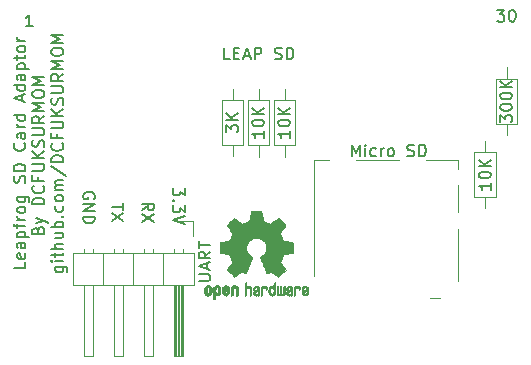
<source format=gbr>
%TF.GenerationSoftware,KiCad,Pcbnew,(6.0.11)*%
%TF.CreationDate,2023-02-10T16:12:38-06:00*%
%TF.ProjectId,leapsd,6c656170-7364-42e6-9b69-6361645f7063,rev?*%
%TF.SameCoordinates,Original*%
%TF.FileFunction,Legend,Top*%
%TF.FilePolarity,Positive*%
%FSLAX46Y46*%
G04 Gerber Fmt 4.6, Leading zero omitted, Abs format (unit mm)*
G04 Created by KiCad (PCBNEW (6.0.11)) date 2023-02-10 16:12:38*
%MOMM*%
%LPD*%
G01*
G04 APERTURE LIST*
%ADD10C,0.150000*%
%ADD11C,0.120000*%
%ADD12C,0.010000*%
G04 APERTURE END LIST*
D10*
X160985714Y-63995238D02*
X161795238Y-63995238D01*
X161890476Y-64042857D01*
X161938095Y-64090476D01*
X161985714Y-64185714D01*
X161985714Y-64328571D01*
X161938095Y-64423809D01*
X161604761Y-63995238D02*
X161652380Y-64090476D01*
X161652380Y-64280952D01*
X161604761Y-64376190D01*
X161557142Y-64423809D01*
X161461904Y-64471428D01*
X161176190Y-64471428D01*
X161080952Y-64423809D01*
X161033333Y-64376190D01*
X160985714Y-64280952D01*
X160985714Y-64090476D01*
X161033333Y-63995238D01*
X161652380Y-63519047D02*
X160985714Y-63519047D01*
X160652380Y-63519047D02*
X160700000Y-63566666D01*
X160747619Y-63519047D01*
X160700000Y-63471428D01*
X160652380Y-63519047D01*
X160747619Y-63519047D01*
X160985714Y-63185714D02*
X160985714Y-62804761D01*
X160652380Y-63042857D02*
X161509523Y-63042857D01*
X161604761Y-62995238D01*
X161652380Y-62900000D01*
X161652380Y-62804761D01*
X161652380Y-62471428D02*
X160652380Y-62471428D01*
X161652380Y-62042857D02*
X161128571Y-62042857D01*
X161033333Y-62090476D01*
X160985714Y-62185714D01*
X160985714Y-62328571D01*
X161033333Y-62423809D01*
X161080952Y-62471428D01*
X160985714Y-61138095D02*
X161652380Y-61138095D01*
X160985714Y-61566666D02*
X161509523Y-61566666D01*
X161604761Y-61519047D01*
X161652380Y-61423809D01*
X161652380Y-61280952D01*
X161604761Y-61185714D01*
X161557142Y-61138095D01*
X161652380Y-60661904D02*
X160652380Y-60661904D01*
X161033333Y-60661904D02*
X160985714Y-60566666D01*
X160985714Y-60376190D01*
X161033333Y-60280952D01*
X161080952Y-60233333D01*
X161176190Y-60185714D01*
X161461904Y-60185714D01*
X161557142Y-60233333D01*
X161604761Y-60280952D01*
X161652380Y-60376190D01*
X161652380Y-60566666D01*
X161604761Y-60661904D01*
X161557142Y-59757142D02*
X161604761Y-59709523D01*
X161652380Y-59757142D01*
X161604761Y-59804761D01*
X161557142Y-59757142D01*
X161652380Y-59757142D01*
X161604761Y-58852380D02*
X161652380Y-58947619D01*
X161652380Y-59138095D01*
X161604761Y-59233333D01*
X161557142Y-59280952D01*
X161461904Y-59328571D01*
X161176190Y-59328571D01*
X161080952Y-59280952D01*
X161033333Y-59233333D01*
X160985714Y-59138095D01*
X160985714Y-58947619D01*
X161033333Y-58852380D01*
X161652380Y-58280952D02*
X161604761Y-58376190D01*
X161557142Y-58423809D01*
X161461904Y-58471428D01*
X161176190Y-58471428D01*
X161080952Y-58423809D01*
X161033333Y-58376190D01*
X160985714Y-58280952D01*
X160985714Y-58138095D01*
X161033333Y-58042857D01*
X161080952Y-57995238D01*
X161176190Y-57947619D01*
X161461904Y-57947619D01*
X161557142Y-57995238D01*
X161604761Y-58042857D01*
X161652380Y-58138095D01*
X161652380Y-58280952D01*
X161652380Y-57519047D02*
X160985714Y-57519047D01*
X161080952Y-57519047D02*
X161033333Y-57471428D01*
X160985714Y-57376190D01*
X160985714Y-57233333D01*
X161033333Y-57138095D01*
X161128571Y-57090476D01*
X161652380Y-57090476D01*
X161128571Y-57090476D02*
X161033333Y-57042857D01*
X160985714Y-56947619D01*
X160985714Y-56804761D01*
X161033333Y-56709523D01*
X161128571Y-56661904D01*
X161652380Y-56661904D01*
X160604761Y-55471428D02*
X161890476Y-56328571D01*
X161652380Y-55138095D02*
X160652380Y-55138095D01*
X160652380Y-54900000D01*
X160700000Y-54757142D01*
X160795238Y-54661904D01*
X160890476Y-54614285D01*
X161080952Y-54566666D01*
X161223809Y-54566666D01*
X161414285Y-54614285D01*
X161509523Y-54661904D01*
X161604761Y-54757142D01*
X161652380Y-54900000D01*
X161652380Y-55138095D01*
X161557142Y-53566666D02*
X161604761Y-53614285D01*
X161652380Y-53757142D01*
X161652380Y-53852380D01*
X161604761Y-53995238D01*
X161509523Y-54090476D01*
X161414285Y-54138095D01*
X161223809Y-54185714D01*
X161080952Y-54185714D01*
X160890476Y-54138095D01*
X160795238Y-54090476D01*
X160700000Y-53995238D01*
X160652380Y-53852380D01*
X160652380Y-53757142D01*
X160700000Y-53614285D01*
X160747619Y-53566666D01*
X161128571Y-52804761D02*
X161128571Y-53138095D01*
X161652380Y-53138095D02*
X160652380Y-53138095D01*
X160652380Y-52661904D01*
X160652380Y-52280952D02*
X161461904Y-52280952D01*
X161557142Y-52233333D01*
X161604761Y-52185714D01*
X161652380Y-52090476D01*
X161652380Y-51900000D01*
X161604761Y-51804761D01*
X161557142Y-51757142D01*
X161461904Y-51709523D01*
X160652380Y-51709523D01*
X161652380Y-51233333D02*
X160652380Y-51233333D01*
X161652380Y-50661904D02*
X161080952Y-51090476D01*
X160652380Y-50661904D02*
X161223809Y-51233333D01*
X161604761Y-50280952D02*
X161652380Y-50138095D01*
X161652380Y-49900000D01*
X161604761Y-49804761D01*
X161557142Y-49757142D01*
X161461904Y-49709523D01*
X161366666Y-49709523D01*
X161271428Y-49757142D01*
X161223809Y-49804761D01*
X161176190Y-49900000D01*
X161128571Y-50090476D01*
X161080952Y-50185714D01*
X161033333Y-50233333D01*
X160938095Y-50280952D01*
X160842857Y-50280952D01*
X160747619Y-50233333D01*
X160700000Y-50185714D01*
X160652380Y-50090476D01*
X160652380Y-49852380D01*
X160700000Y-49709523D01*
X160652380Y-49280952D02*
X161461904Y-49280952D01*
X161557142Y-49233333D01*
X161604761Y-49185714D01*
X161652380Y-49090476D01*
X161652380Y-48900000D01*
X161604761Y-48804761D01*
X161557142Y-48757142D01*
X161461904Y-48709523D01*
X160652380Y-48709523D01*
X161652380Y-47661904D02*
X161176190Y-47995238D01*
X161652380Y-48233333D02*
X160652380Y-48233333D01*
X160652380Y-47852380D01*
X160700000Y-47757142D01*
X160747619Y-47709523D01*
X160842857Y-47661904D01*
X160985714Y-47661904D01*
X161080952Y-47709523D01*
X161128571Y-47757142D01*
X161176190Y-47852380D01*
X161176190Y-48233333D01*
X161652380Y-47233333D02*
X160652380Y-47233333D01*
X161366666Y-46900000D01*
X160652380Y-46566666D01*
X161652380Y-46566666D01*
X160652380Y-45900000D02*
X160652380Y-45709523D01*
X160700000Y-45614285D01*
X160795238Y-45519047D01*
X160985714Y-45471428D01*
X161319047Y-45471428D01*
X161509523Y-45519047D01*
X161604761Y-45614285D01*
X161652380Y-45709523D01*
X161652380Y-45900000D01*
X161604761Y-45995238D01*
X161509523Y-46090476D01*
X161319047Y-46138095D01*
X160985714Y-46138095D01*
X160795238Y-46090476D01*
X160700000Y-45995238D01*
X160652380Y-45900000D01*
X161652380Y-45042857D02*
X160652380Y-45042857D01*
X161366666Y-44709523D01*
X160652380Y-44376190D01*
X161652380Y-44376190D01*
X158452380Y-63590476D02*
X158452380Y-64066666D01*
X157452380Y-64066666D01*
X158404761Y-62876190D02*
X158452380Y-62971428D01*
X158452380Y-63161904D01*
X158404761Y-63257142D01*
X158309523Y-63304761D01*
X157928571Y-63304761D01*
X157833333Y-63257142D01*
X157785714Y-63161904D01*
X157785714Y-62971428D01*
X157833333Y-62876190D01*
X157928571Y-62828571D01*
X158023809Y-62828571D01*
X158119047Y-63304761D01*
X158452380Y-61971428D02*
X157928571Y-61971428D01*
X157833333Y-62019047D01*
X157785714Y-62114285D01*
X157785714Y-62304761D01*
X157833333Y-62400000D01*
X158404761Y-61971428D02*
X158452380Y-62066666D01*
X158452380Y-62304761D01*
X158404761Y-62400000D01*
X158309523Y-62447619D01*
X158214285Y-62447619D01*
X158119047Y-62400000D01*
X158071428Y-62304761D01*
X158071428Y-62066666D01*
X158023809Y-61971428D01*
X157785714Y-61495238D02*
X158785714Y-61495238D01*
X157833333Y-61495238D02*
X157785714Y-61400000D01*
X157785714Y-61209523D01*
X157833333Y-61114285D01*
X157880952Y-61066666D01*
X157976190Y-61019047D01*
X158261904Y-61019047D01*
X158357142Y-61066666D01*
X158404761Y-61114285D01*
X158452380Y-61209523D01*
X158452380Y-61400000D01*
X158404761Y-61495238D01*
X157785714Y-60733333D02*
X157785714Y-60352380D01*
X158452380Y-60590476D02*
X157595238Y-60590476D01*
X157500000Y-60542857D01*
X157452380Y-60447619D01*
X157452380Y-60352380D01*
X158452380Y-60019047D02*
X157785714Y-60019047D01*
X157976190Y-60019047D02*
X157880952Y-59971428D01*
X157833333Y-59923809D01*
X157785714Y-59828571D01*
X157785714Y-59733333D01*
X158452380Y-59257142D02*
X158404761Y-59352380D01*
X158357142Y-59400000D01*
X158261904Y-59447619D01*
X157976190Y-59447619D01*
X157880952Y-59400000D01*
X157833333Y-59352380D01*
X157785714Y-59257142D01*
X157785714Y-59114285D01*
X157833333Y-59019047D01*
X157880952Y-58971428D01*
X157976190Y-58923809D01*
X158261904Y-58923809D01*
X158357142Y-58971428D01*
X158404761Y-59019047D01*
X158452380Y-59114285D01*
X158452380Y-59257142D01*
X157785714Y-58066666D02*
X158595238Y-58066666D01*
X158690476Y-58114285D01*
X158738095Y-58161904D01*
X158785714Y-58257142D01*
X158785714Y-58400000D01*
X158738095Y-58495238D01*
X158404761Y-58066666D02*
X158452380Y-58161904D01*
X158452380Y-58352380D01*
X158404761Y-58447619D01*
X158357142Y-58495238D01*
X158261904Y-58542857D01*
X157976190Y-58542857D01*
X157880952Y-58495238D01*
X157833333Y-58447619D01*
X157785714Y-58352380D01*
X157785714Y-58161904D01*
X157833333Y-58066666D01*
X158404761Y-56876190D02*
X158452380Y-56733333D01*
X158452380Y-56495238D01*
X158404761Y-56400000D01*
X158357142Y-56352380D01*
X158261904Y-56304761D01*
X158166666Y-56304761D01*
X158071428Y-56352380D01*
X158023809Y-56400000D01*
X157976190Y-56495238D01*
X157928571Y-56685714D01*
X157880952Y-56780952D01*
X157833333Y-56828571D01*
X157738095Y-56876190D01*
X157642857Y-56876190D01*
X157547619Y-56828571D01*
X157500000Y-56780952D01*
X157452380Y-56685714D01*
X157452380Y-56447619D01*
X157500000Y-56304761D01*
X158452380Y-55876190D02*
X157452380Y-55876190D01*
X157452380Y-55638095D01*
X157500000Y-55495238D01*
X157595238Y-55400000D01*
X157690476Y-55352380D01*
X157880952Y-55304761D01*
X158023809Y-55304761D01*
X158214285Y-55352380D01*
X158309523Y-55400000D01*
X158404761Y-55495238D01*
X158452380Y-55638095D01*
X158452380Y-55876190D01*
X158357142Y-53542857D02*
X158404761Y-53590476D01*
X158452380Y-53733333D01*
X158452380Y-53828571D01*
X158404761Y-53971428D01*
X158309523Y-54066666D01*
X158214285Y-54114285D01*
X158023809Y-54161904D01*
X157880952Y-54161904D01*
X157690476Y-54114285D01*
X157595238Y-54066666D01*
X157500000Y-53971428D01*
X157452380Y-53828571D01*
X157452380Y-53733333D01*
X157500000Y-53590476D01*
X157547619Y-53542857D01*
X158452380Y-52685714D02*
X157928571Y-52685714D01*
X157833333Y-52733333D01*
X157785714Y-52828571D01*
X157785714Y-53019047D01*
X157833333Y-53114285D01*
X158404761Y-52685714D02*
X158452380Y-52780952D01*
X158452380Y-53019047D01*
X158404761Y-53114285D01*
X158309523Y-53161904D01*
X158214285Y-53161904D01*
X158119047Y-53114285D01*
X158071428Y-53019047D01*
X158071428Y-52780952D01*
X158023809Y-52685714D01*
X158452380Y-52209523D02*
X157785714Y-52209523D01*
X157976190Y-52209523D02*
X157880952Y-52161904D01*
X157833333Y-52114285D01*
X157785714Y-52019047D01*
X157785714Y-51923809D01*
X158452380Y-51161904D02*
X157452380Y-51161904D01*
X158404761Y-51161904D02*
X158452380Y-51257142D01*
X158452380Y-51447619D01*
X158404761Y-51542857D01*
X158357142Y-51590476D01*
X158261904Y-51638095D01*
X157976190Y-51638095D01*
X157880952Y-51590476D01*
X157833333Y-51542857D01*
X157785714Y-51447619D01*
X157785714Y-51257142D01*
X157833333Y-51161904D01*
X158166666Y-49971428D02*
X158166666Y-49495238D01*
X158452380Y-50066666D02*
X157452380Y-49733333D01*
X158452380Y-49400000D01*
X158452380Y-48638095D02*
X157452380Y-48638095D01*
X158404761Y-48638095D02*
X158452380Y-48733333D01*
X158452380Y-48923809D01*
X158404761Y-49019047D01*
X158357142Y-49066666D01*
X158261904Y-49114285D01*
X157976190Y-49114285D01*
X157880952Y-49066666D01*
X157833333Y-49019047D01*
X157785714Y-48923809D01*
X157785714Y-48733333D01*
X157833333Y-48638095D01*
X158452380Y-47733333D02*
X157928571Y-47733333D01*
X157833333Y-47780952D01*
X157785714Y-47876190D01*
X157785714Y-48066666D01*
X157833333Y-48161904D01*
X158404761Y-47733333D02*
X158452380Y-47828571D01*
X158452380Y-48066666D01*
X158404761Y-48161904D01*
X158309523Y-48209523D01*
X158214285Y-48209523D01*
X158119047Y-48161904D01*
X158071428Y-48066666D01*
X158071428Y-47828571D01*
X158023809Y-47733333D01*
X157785714Y-47257142D02*
X158785714Y-47257142D01*
X157833333Y-47257142D02*
X157785714Y-47161904D01*
X157785714Y-46971428D01*
X157833333Y-46876190D01*
X157880952Y-46828571D01*
X157976190Y-46780952D01*
X158261904Y-46780952D01*
X158357142Y-46828571D01*
X158404761Y-46876190D01*
X158452380Y-46971428D01*
X158452380Y-47161904D01*
X158404761Y-47257142D01*
X157785714Y-46495238D02*
X157785714Y-46114285D01*
X157452380Y-46352380D02*
X158309523Y-46352380D01*
X158404761Y-46304761D01*
X158452380Y-46209523D01*
X158452380Y-46114285D01*
X158452380Y-45638095D02*
X158404761Y-45733333D01*
X158357142Y-45780952D01*
X158261904Y-45828571D01*
X157976190Y-45828571D01*
X157880952Y-45780952D01*
X157833333Y-45733333D01*
X157785714Y-45638095D01*
X157785714Y-45495238D01*
X157833333Y-45400000D01*
X157880952Y-45352380D01*
X157976190Y-45304761D01*
X158261904Y-45304761D01*
X158357142Y-45352380D01*
X158404761Y-45400000D01*
X158452380Y-45495238D01*
X158452380Y-45638095D01*
X158452380Y-44876190D02*
X157785714Y-44876190D01*
X157976190Y-44876190D02*
X157880952Y-44828571D01*
X157833333Y-44780952D01*
X157785714Y-44685714D01*
X157785714Y-44590476D01*
X175771428Y-46452380D02*
X175295238Y-46452380D01*
X175295238Y-45452380D01*
X176104761Y-45928571D02*
X176438095Y-45928571D01*
X176580952Y-46452380D02*
X176104761Y-46452380D01*
X176104761Y-45452380D01*
X176580952Y-45452380D01*
X176961904Y-46166666D02*
X177438095Y-46166666D01*
X176866666Y-46452380D02*
X177200000Y-45452380D01*
X177533333Y-46452380D01*
X177866666Y-46452380D02*
X177866666Y-45452380D01*
X178247619Y-45452380D01*
X178342857Y-45500000D01*
X178390476Y-45547619D01*
X178438095Y-45642857D01*
X178438095Y-45785714D01*
X178390476Y-45880952D01*
X178342857Y-45928571D01*
X178247619Y-45976190D01*
X177866666Y-45976190D01*
X179580952Y-46404761D02*
X179723809Y-46452380D01*
X179961904Y-46452380D01*
X180057142Y-46404761D01*
X180104761Y-46357142D01*
X180152380Y-46261904D01*
X180152380Y-46166666D01*
X180104761Y-46071428D01*
X180057142Y-46023809D01*
X179961904Y-45976190D01*
X179771428Y-45928571D01*
X179676190Y-45880952D01*
X179628571Y-45833333D01*
X179580952Y-45738095D01*
X179580952Y-45642857D01*
X179628571Y-45547619D01*
X179676190Y-45500000D01*
X179771428Y-45452380D01*
X180009523Y-45452380D01*
X180152380Y-45500000D01*
X180580952Y-46452380D02*
X180580952Y-45452380D01*
X180819047Y-45452380D01*
X180961904Y-45500000D01*
X181057142Y-45595238D01*
X181104761Y-45690476D01*
X181152380Y-45880952D01*
X181152380Y-46023809D01*
X181104761Y-46214285D01*
X181057142Y-46309523D01*
X180961904Y-46404761D01*
X180819047Y-46452380D01*
X180580952Y-46452380D01*
X159528571Y-60909523D02*
X159576190Y-60766666D01*
X159623809Y-60719047D01*
X159719047Y-60671428D01*
X159861904Y-60671428D01*
X159957142Y-60719047D01*
X160004761Y-60766666D01*
X160052380Y-60861904D01*
X160052380Y-61242857D01*
X159052380Y-61242857D01*
X159052380Y-60909523D01*
X159100000Y-60814285D01*
X159147619Y-60766666D01*
X159242857Y-60719047D01*
X159338095Y-60719047D01*
X159433333Y-60766666D01*
X159480952Y-60814285D01*
X159528571Y-60909523D01*
X159528571Y-61242857D01*
X159385714Y-60338095D02*
X160052380Y-60100000D01*
X159385714Y-59861904D02*
X160052380Y-60100000D01*
X160290476Y-60195238D01*
X160338095Y-60242857D01*
X160385714Y-60338095D01*
X160052380Y-58719047D02*
X159052380Y-58719047D01*
X159052380Y-58480952D01*
X159100000Y-58338095D01*
X159195238Y-58242857D01*
X159290476Y-58195238D01*
X159480952Y-58147619D01*
X159623809Y-58147619D01*
X159814285Y-58195238D01*
X159909523Y-58242857D01*
X160004761Y-58338095D01*
X160052380Y-58480952D01*
X160052380Y-58719047D01*
X159957142Y-57147619D02*
X160004761Y-57195238D01*
X160052380Y-57338095D01*
X160052380Y-57433333D01*
X160004761Y-57576190D01*
X159909523Y-57671428D01*
X159814285Y-57719047D01*
X159623809Y-57766666D01*
X159480952Y-57766666D01*
X159290476Y-57719047D01*
X159195238Y-57671428D01*
X159100000Y-57576190D01*
X159052380Y-57433333D01*
X159052380Y-57338095D01*
X159100000Y-57195238D01*
X159147619Y-57147619D01*
X159528571Y-56385714D02*
X159528571Y-56719047D01*
X160052380Y-56719047D02*
X159052380Y-56719047D01*
X159052380Y-56242857D01*
X159052380Y-55861904D02*
X159861904Y-55861904D01*
X159957142Y-55814285D01*
X160004761Y-55766666D01*
X160052380Y-55671428D01*
X160052380Y-55480952D01*
X160004761Y-55385714D01*
X159957142Y-55338095D01*
X159861904Y-55290476D01*
X159052380Y-55290476D01*
X160052380Y-54814285D02*
X159052380Y-54814285D01*
X160052380Y-54242857D02*
X159480952Y-54671428D01*
X159052380Y-54242857D02*
X159623809Y-54814285D01*
X160004761Y-53861904D02*
X160052380Y-53719047D01*
X160052380Y-53480952D01*
X160004761Y-53385714D01*
X159957142Y-53338095D01*
X159861904Y-53290476D01*
X159766666Y-53290476D01*
X159671428Y-53338095D01*
X159623809Y-53385714D01*
X159576190Y-53480952D01*
X159528571Y-53671428D01*
X159480952Y-53766666D01*
X159433333Y-53814285D01*
X159338095Y-53861904D01*
X159242857Y-53861904D01*
X159147619Y-53814285D01*
X159100000Y-53766666D01*
X159052380Y-53671428D01*
X159052380Y-53433333D01*
X159100000Y-53290476D01*
X159052380Y-52861904D02*
X159861904Y-52861904D01*
X159957142Y-52814285D01*
X160004761Y-52766666D01*
X160052380Y-52671428D01*
X160052380Y-52480952D01*
X160004761Y-52385714D01*
X159957142Y-52338095D01*
X159861904Y-52290476D01*
X159052380Y-52290476D01*
X160052380Y-51242857D02*
X159576190Y-51576190D01*
X160052380Y-51814285D02*
X159052380Y-51814285D01*
X159052380Y-51433333D01*
X159100000Y-51338095D01*
X159147619Y-51290476D01*
X159242857Y-51242857D01*
X159385714Y-51242857D01*
X159480952Y-51290476D01*
X159528571Y-51338095D01*
X159576190Y-51433333D01*
X159576190Y-51814285D01*
X160052380Y-50814285D02*
X159052380Y-50814285D01*
X159766666Y-50480952D01*
X159052380Y-50147619D01*
X160052380Y-50147619D01*
X159052380Y-49480952D02*
X159052380Y-49290476D01*
X159100000Y-49195238D01*
X159195238Y-49100000D01*
X159385714Y-49052380D01*
X159719047Y-49052380D01*
X159909523Y-49100000D01*
X160004761Y-49195238D01*
X160052380Y-49290476D01*
X160052380Y-49480952D01*
X160004761Y-49576190D01*
X159909523Y-49671428D01*
X159719047Y-49719047D01*
X159385714Y-49719047D01*
X159195238Y-49671428D01*
X159100000Y-49576190D01*
X159052380Y-49480952D01*
X160052380Y-48623809D02*
X159052380Y-48623809D01*
X159766666Y-48290476D01*
X159052380Y-47957142D01*
X160052380Y-47957142D01*
%TO.C,1*%
X159085714Y-43652380D02*
X158514285Y-43652380D01*
X158800000Y-43652380D02*
X158800000Y-42652380D01*
X158704761Y-42795238D01*
X158609523Y-42890476D01*
X158514285Y-42938095D01*
X198390476Y-42252380D02*
X199009523Y-42252380D01*
X198676190Y-42633333D01*
X198819047Y-42633333D01*
X198914285Y-42680952D01*
X198961904Y-42728571D01*
X199009523Y-42823809D01*
X199009523Y-43061904D01*
X198961904Y-43157142D01*
X198914285Y-43204761D01*
X198819047Y-43252380D01*
X198533333Y-43252380D01*
X198438095Y-43204761D01*
X198390476Y-43157142D01*
X199628571Y-42252380D02*
X199723809Y-42252380D01*
X199819047Y-42300000D01*
X199866666Y-42347619D01*
X199914285Y-42442857D01*
X199961904Y-42633333D01*
X199961904Y-42871428D01*
X199914285Y-43061904D01*
X199866666Y-43157142D01*
X199819047Y-43204761D01*
X199723809Y-43252380D01*
X199628571Y-43252380D01*
X199533333Y-43204761D01*
X199485714Y-43157142D01*
X199438095Y-43061904D01*
X199390476Y-42871428D01*
X199390476Y-42633333D01*
X199438095Y-42442857D01*
X199485714Y-42347619D01*
X199533333Y-42300000D01*
X199628571Y-42252380D01*
%TO.C,10K*%
X197852380Y-56890476D02*
X197852380Y-57461904D01*
X197852380Y-57176190D02*
X196852380Y-57176190D01*
X196995238Y-57271428D01*
X197090476Y-57366666D01*
X197138095Y-57461904D01*
X196852380Y-56271428D02*
X196852380Y-56176190D01*
X196900000Y-56080952D01*
X196947619Y-56033333D01*
X197042857Y-55985714D01*
X197233333Y-55938095D01*
X197471428Y-55938095D01*
X197661904Y-55985714D01*
X197757142Y-56033333D01*
X197804761Y-56080952D01*
X197852380Y-56176190D01*
X197852380Y-56271428D01*
X197804761Y-56366666D01*
X197757142Y-56414285D01*
X197661904Y-56461904D01*
X197471428Y-56509523D01*
X197233333Y-56509523D01*
X197042857Y-56461904D01*
X196947619Y-56414285D01*
X196900000Y-56366666D01*
X196852380Y-56271428D01*
X197852380Y-55509523D02*
X196852380Y-55509523D01*
X197852380Y-54938095D02*
X197280952Y-55366666D01*
X196852380Y-54938095D02*
X197423809Y-55509523D01*
%TO.C,UART*%
X173122380Y-65195238D02*
X173931904Y-65195238D01*
X174027142Y-65147619D01*
X174074761Y-65100000D01*
X174122380Y-65004761D01*
X174122380Y-64814285D01*
X174074761Y-64719047D01*
X174027142Y-64671428D01*
X173931904Y-64623809D01*
X173122380Y-64623809D01*
X173836666Y-64195238D02*
X173836666Y-63719047D01*
X174122380Y-64290476D02*
X173122380Y-63957142D01*
X174122380Y-63623809D01*
X174122380Y-62719047D02*
X173646190Y-63052380D01*
X174122380Y-63290476D02*
X173122380Y-63290476D01*
X173122380Y-62909523D01*
X173170000Y-62814285D01*
X173217619Y-62766666D01*
X173312857Y-62719047D01*
X173455714Y-62719047D01*
X173550952Y-62766666D01*
X173598571Y-62814285D01*
X173646190Y-62909523D01*
X173646190Y-63290476D01*
X173122380Y-62433333D02*
X173122380Y-61861904D01*
X174122380Y-62147619D02*
X173122380Y-62147619D01*
X164300000Y-58238095D02*
X164347619Y-58142857D01*
X164347619Y-58000000D01*
X164300000Y-57857142D01*
X164204761Y-57761904D01*
X164109523Y-57714285D01*
X163919047Y-57666666D01*
X163776190Y-57666666D01*
X163585714Y-57714285D01*
X163490476Y-57761904D01*
X163395238Y-57857142D01*
X163347619Y-58000000D01*
X163347619Y-58095238D01*
X163395238Y-58238095D01*
X163442857Y-58285714D01*
X163776190Y-58285714D01*
X163776190Y-58095238D01*
X163347619Y-58714285D02*
X164347619Y-58714285D01*
X163347619Y-59285714D01*
X164347619Y-59285714D01*
X163347619Y-59761904D02*
X164347619Y-59761904D01*
X164347619Y-60000000D01*
X164300000Y-60142857D01*
X164204761Y-60238095D01*
X164109523Y-60285714D01*
X163919047Y-60333333D01*
X163776190Y-60333333D01*
X163585714Y-60285714D01*
X163490476Y-60238095D01*
X163395238Y-60142857D01*
X163347619Y-60000000D01*
X163347619Y-59761904D01*
X166747619Y-58638095D02*
X166747619Y-59209523D01*
X165747619Y-58923809D02*
X166747619Y-58923809D01*
X166747619Y-59447619D02*
X165747619Y-60114285D01*
X166747619Y-60114285D02*
X165747619Y-59447619D01*
X171947619Y-57348809D02*
X171947619Y-57967857D01*
X171566666Y-57634523D01*
X171566666Y-57777380D01*
X171519047Y-57872619D01*
X171471428Y-57920238D01*
X171376190Y-57967857D01*
X171138095Y-57967857D01*
X171042857Y-57920238D01*
X170995238Y-57872619D01*
X170947619Y-57777380D01*
X170947619Y-57491666D01*
X170995238Y-57396428D01*
X171042857Y-57348809D01*
X171042857Y-58396428D02*
X170995238Y-58444047D01*
X170947619Y-58396428D01*
X170995238Y-58348809D01*
X171042857Y-58396428D01*
X170947619Y-58396428D01*
X171947619Y-58777380D02*
X171947619Y-59396428D01*
X171566666Y-59063095D01*
X171566666Y-59205952D01*
X171519047Y-59301190D01*
X171471428Y-59348809D01*
X171376190Y-59396428D01*
X171138095Y-59396428D01*
X171042857Y-59348809D01*
X170995238Y-59301190D01*
X170947619Y-59205952D01*
X170947619Y-58920238D01*
X170995238Y-58825000D01*
X171042857Y-58777380D01*
X171947619Y-59682142D02*
X170947619Y-60015476D01*
X171947619Y-60348809D01*
X168347619Y-59233333D02*
X168823809Y-58900000D01*
X168347619Y-58661904D02*
X169347619Y-58661904D01*
X169347619Y-59042857D01*
X169300000Y-59138095D01*
X169252380Y-59185714D01*
X169157142Y-59233333D01*
X169014285Y-59233333D01*
X168919047Y-59185714D01*
X168871428Y-59138095D01*
X168823809Y-59042857D01*
X168823809Y-58661904D01*
X169347619Y-59566666D02*
X168347619Y-60233333D01*
X169347619Y-60233333D02*
X168347619Y-59566666D01*
%TO.C,10K*%
X180852380Y-52490476D02*
X180852380Y-53061904D01*
X180852380Y-52776190D02*
X179852380Y-52776190D01*
X179995238Y-52871428D01*
X180090476Y-52966666D01*
X180138095Y-53061904D01*
X179852380Y-51871428D02*
X179852380Y-51776190D01*
X179900000Y-51680952D01*
X179947619Y-51633333D01*
X180042857Y-51585714D01*
X180233333Y-51538095D01*
X180471428Y-51538095D01*
X180661904Y-51585714D01*
X180757142Y-51633333D01*
X180804761Y-51680952D01*
X180852380Y-51776190D01*
X180852380Y-51871428D01*
X180804761Y-51966666D01*
X180757142Y-52014285D01*
X180661904Y-52061904D01*
X180471428Y-52109523D01*
X180233333Y-52109523D01*
X180042857Y-52061904D01*
X179947619Y-52014285D01*
X179900000Y-51966666D01*
X179852380Y-51871428D01*
X180852380Y-51109523D02*
X179852380Y-51109523D01*
X180852380Y-50538095D02*
X180280952Y-50966666D01*
X179852380Y-50538095D02*
X180423809Y-51109523D01*
%TO.C,300K*%
X198652380Y-51775714D02*
X198652380Y-51156666D01*
X199033333Y-51490000D01*
X199033333Y-51347142D01*
X199080952Y-51251904D01*
X199128571Y-51204285D01*
X199223809Y-51156666D01*
X199461904Y-51156666D01*
X199557142Y-51204285D01*
X199604761Y-51251904D01*
X199652380Y-51347142D01*
X199652380Y-51632857D01*
X199604761Y-51728095D01*
X199557142Y-51775714D01*
X198652380Y-50537619D02*
X198652380Y-50442380D01*
X198700000Y-50347142D01*
X198747619Y-50299523D01*
X198842857Y-50251904D01*
X199033333Y-50204285D01*
X199271428Y-50204285D01*
X199461904Y-50251904D01*
X199557142Y-50299523D01*
X199604761Y-50347142D01*
X199652380Y-50442380D01*
X199652380Y-50537619D01*
X199604761Y-50632857D01*
X199557142Y-50680476D01*
X199461904Y-50728095D01*
X199271428Y-50775714D01*
X199033333Y-50775714D01*
X198842857Y-50728095D01*
X198747619Y-50680476D01*
X198700000Y-50632857D01*
X198652380Y-50537619D01*
X198652380Y-49585238D02*
X198652380Y-49490000D01*
X198700000Y-49394761D01*
X198747619Y-49347142D01*
X198842857Y-49299523D01*
X199033333Y-49251904D01*
X199271428Y-49251904D01*
X199461904Y-49299523D01*
X199557142Y-49347142D01*
X199604761Y-49394761D01*
X199652380Y-49490000D01*
X199652380Y-49585238D01*
X199604761Y-49680476D01*
X199557142Y-49728095D01*
X199461904Y-49775714D01*
X199271428Y-49823333D01*
X199033333Y-49823333D01*
X198842857Y-49775714D01*
X198747619Y-49728095D01*
X198700000Y-49680476D01*
X198652380Y-49585238D01*
X199652380Y-48823333D02*
X198652380Y-48823333D01*
X199652380Y-48251904D02*
X199080952Y-48680476D01*
X198652380Y-48251904D02*
X199223809Y-48823333D01*
%TO.C,Micro SD*%
X186080952Y-54652380D02*
X186080952Y-53652380D01*
X186414285Y-54366666D01*
X186747619Y-53652380D01*
X186747619Y-54652380D01*
X187223809Y-54652380D02*
X187223809Y-53985714D01*
X187223809Y-53652380D02*
X187176190Y-53700000D01*
X187223809Y-53747619D01*
X187271428Y-53700000D01*
X187223809Y-53652380D01*
X187223809Y-53747619D01*
X188128571Y-54604761D02*
X188033333Y-54652380D01*
X187842857Y-54652380D01*
X187747619Y-54604761D01*
X187700000Y-54557142D01*
X187652380Y-54461904D01*
X187652380Y-54176190D01*
X187700000Y-54080952D01*
X187747619Y-54033333D01*
X187842857Y-53985714D01*
X188033333Y-53985714D01*
X188128571Y-54033333D01*
X188557142Y-54652380D02*
X188557142Y-53985714D01*
X188557142Y-54176190D02*
X188604761Y-54080952D01*
X188652380Y-54033333D01*
X188747619Y-53985714D01*
X188842857Y-53985714D01*
X189319047Y-54652380D02*
X189223809Y-54604761D01*
X189176190Y-54557142D01*
X189128571Y-54461904D01*
X189128571Y-54176190D01*
X189176190Y-54080952D01*
X189223809Y-54033333D01*
X189319047Y-53985714D01*
X189461904Y-53985714D01*
X189557142Y-54033333D01*
X189604761Y-54080952D01*
X189652380Y-54176190D01*
X189652380Y-54461904D01*
X189604761Y-54557142D01*
X189557142Y-54604761D01*
X189461904Y-54652380D01*
X189319047Y-54652380D01*
X190795238Y-54604761D02*
X190938095Y-54652380D01*
X191176190Y-54652380D01*
X191271428Y-54604761D01*
X191319047Y-54557142D01*
X191366666Y-54461904D01*
X191366666Y-54366666D01*
X191319047Y-54271428D01*
X191271428Y-54223809D01*
X191176190Y-54176190D01*
X190985714Y-54128571D01*
X190890476Y-54080952D01*
X190842857Y-54033333D01*
X190795238Y-53938095D01*
X190795238Y-53842857D01*
X190842857Y-53747619D01*
X190890476Y-53700000D01*
X190985714Y-53652380D01*
X191223809Y-53652380D01*
X191366666Y-53700000D01*
X191795238Y-54652380D02*
X191795238Y-53652380D01*
X192033333Y-53652380D01*
X192176190Y-53700000D01*
X192271428Y-53795238D01*
X192319047Y-53890476D01*
X192366666Y-54080952D01*
X192366666Y-54223809D01*
X192319047Y-54414285D01*
X192271428Y-54509523D01*
X192176190Y-54604761D01*
X192033333Y-54652380D01*
X191795238Y-54652380D01*
%TO.C,3K*%
X175452380Y-52623333D02*
X175452380Y-52004285D01*
X175833333Y-52337619D01*
X175833333Y-52194761D01*
X175880952Y-52099523D01*
X175928571Y-52051904D01*
X176023809Y-52004285D01*
X176261904Y-52004285D01*
X176357142Y-52051904D01*
X176404761Y-52099523D01*
X176452380Y-52194761D01*
X176452380Y-52480476D01*
X176404761Y-52575714D01*
X176357142Y-52623333D01*
X176452380Y-51575714D02*
X175452380Y-51575714D01*
X176452380Y-51004285D02*
X175880952Y-51432857D01*
X175452380Y-51004285D02*
X176023809Y-51575714D01*
%TO.C,10K*%
X178652380Y-52490476D02*
X178652380Y-53061904D01*
X178652380Y-52776190D02*
X177652380Y-52776190D01*
X177795238Y-52871428D01*
X177890476Y-52966666D01*
X177938095Y-53061904D01*
X177652380Y-51871428D02*
X177652380Y-51776190D01*
X177700000Y-51680952D01*
X177747619Y-51633333D01*
X177842857Y-51585714D01*
X178033333Y-51538095D01*
X178271428Y-51538095D01*
X178461904Y-51585714D01*
X178557142Y-51633333D01*
X178604761Y-51680952D01*
X178652380Y-51776190D01*
X178652380Y-51871428D01*
X178604761Y-51966666D01*
X178557142Y-52014285D01*
X178461904Y-52061904D01*
X178271428Y-52109523D01*
X178033333Y-52109523D01*
X177842857Y-52061904D01*
X177747619Y-52014285D01*
X177700000Y-51966666D01*
X177652380Y-51871428D01*
X178652380Y-51109523D02*
X177652380Y-51109523D01*
X178652380Y-50538095D02*
X178080952Y-50966666D01*
X177652380Y-50538095D02*
X178223809Y-51109523D01*
D11*
X198320000Y-58120000D02*
X198320000Y-54280000D01*
X198320000Y-54280000D02*
X196480000Y-54280000D01*
X197400000Y-53330000D02*
X197400000Y-54280000D01*
X196480000Y-54280000D02*
X196480000Y-58120000D01*
X196480000Y-58120000D02*
X198320000Y-58120000D01*
X197400000Y-59070000D02*
X197400000Y-58120000D01*
%TO.C,UART*%
X171780000Y-62535000D02*
X171780000Y-62865000D01*
X168480000Y-62467929D02*
X168480000Y-62865000D01*
X163400000Y-71525000D02*
X163400000Y-65525000D01*
X171780000Y-65525000D02*
X171780000Y-71525000D01*
X171360000Y-65525000D02*
X171360000Y-71525000D01*
X163400000Y-62467929D02*
X163400000Y-62865000D01*
X171400000Y-60155000D02*
X172670000Y-60155000D01*
X171480000Y-65525000D02*
X171480000Y-71525000D01*
X168480000Y-71525000D02*
X168480000Y-65525000D01*
X169240000Y-65525000D02*
X169240000Y-71525000D01*
X171020000Y-71525000D02*
X171020000Y-65525000D01*
X167590000Y-62865000D02*
X167590000Y-65525000D01*
X165050000Y-62865000D02*
X165050000Y-65525000D01*
X171600000Y-65525000D02*
X171600000Y-71525000D01*
X169240000Y-62467929D02*
X169240000Y-62865000D01*
X165940000Y-62467929D02*
X165940000Y-62865000D01*
X171780000Y-71525000D02*
X171020000Y-71525000D01*
X166700000Y-62467929D02*
X166700000Y-62865000D01*
X170130000Y-62865000D02*
X170130000Y-65525000D01*
X166700000Y-65525000D02*
X166700000Y-71525000D01*
X164160000Y-62467929D02*
X164160000Y-62865000D01*
X172730000Y-62865000D02*
X162450000Y-62865000D01*
X172670000Y-60155000D02*
X172670000Y-61425000D01*
X171240000Y-65525000D02*
X171240000Y-71525000D01*
X164160000Y-65525000D02*
X164160000Y-71525000D01*
X162450000Y-62865000D02*
X162450000Y-65525000D01*
X164160000Y-71525000D02*
X163400000Y-71525000D01*
X165940000Y-71525000D02*
X165940000Y-65525000D01*
X166700000Y-71525000D02*
X165940000Y-71525000D01*
X171120000Y-65525000D02*
X171120000Y-71525000D01*
X171720000Y-65525000D02*
X171720000Y-71525000D01*
X171020000Y-62535000D02*
X171020000Y-62865000D01*
X172730000Y-65525000D02*
X172730000Y-62865000D01*
X162450000Y-65525000D02*
X172730000Y-65525000D01*
X169240000Y-71525000D02*
X168480000Y-71525000D01*
%TO.C,REF\u002A\u002A*%
G36*
X173607629Y-65837906D02*
G01*
X173614322Y-65789163D01*
X173625960Y-65753288D01*
X173643853Y-65721548D01*
X173647808Y-65715648D01*
X173714267Y-65636104D01*
X173786685Y-65589929D01*
X173874849Y-65571599D01*
X173904787Y-65570703D01*
X174016886Y-65587256D01*
X174108464Y-65635409D01*
X174176049Y-65712905D01*
X174200057Y-65762727D01*
X174218738Y-65837533D01*
X174228301Y-65932052D01*
X174229208Y-66035210D01*
X174221921Y-66135935D01*
X174206903Y-66223153D01*
X174184615Y-66285791D01*
X174177765Y-66296579D01*
X174096632Y-66377105D01*
X174000266Y-66425336D01*
X173895701Y-66439450D01*
X173789968Y-66417629D01*
X173760543Y-66404547D01*
X173703241Y-66364231D01*
X173652950Y-66310775D01*
X173648197Y-66303995D01*
X173628878Y-66271321D01*
X173616108Y-66236394D01*
X173608564Y-66190414D01*
X173604924Y-66124584D01*
X173603865Y-66030105D01*
X173603846Y-66008923D01*
X173603894Y-66002182D01*
X173799231Y-66002182D01*
X173800368Y-66091349D01*
X173804841Y-66150520D01*
X173814246Y-66188741D01*
X173830176Y-66215053D01*
X173838308Y-66223846D01*
X173885058Y-66257261D01*
X173930447Y-66255737D01*
X173976340Y-66226752D01*
X174003712Y-66195809D01*
X174019923Y-66150643D01*
X174029026Y-66079420D01*
X174029651Y-66071114D01*
X174031204Y-65942037D01*
X174014965Y-65846172D01*
X173981152Y-65784107D01*
X173929984Y-65756432D01*
X173911720Y-65754923D01*
X173863760Y-65762513D01*
X173830953Y-65788808D01*
X173810895Y-65839095D01*
X173801178Y-65918664D01*
X173799231Y-66002182D01*
X173603894Y-66002182D01*
X173604574Y-65908249D01*
X173607629Y-65837906D01*
G37*
D12*
X173607629Y-65837906D02*
X173614322Y-65789163D01*
X173625960Y-65753288D01*
X173643853Y-65721548D01*
X173647808Y-65715648D01*
X173714267Y-65636104D01*
X173786685Y-65589929D01*
X173874849Y-65571599D01*
X173904787Y-65570703D01*
X174016886Y-65587256D01*
X174108464Y-65635409D01*
X174176049Y-65712905D01*
X174200057Y-65762727D01*
X174218738Y-65837533D01*
X174228301Y-65932052D01*
X174229208Y-66035210D01*
X174221921Y-66135935D01*
X174206903Y-66223153D01*
X174184615Y-66285791D01*
X174177765Y-66296579D01*
X174096632Y-66377105D01*
X174000266Y-66425336D01*
X173895701Y-66439450D01*
X173789968Y-66417629D01*
X173760543Y-66404547D01*
X173703241Y-66364231D01*
X173652950Y-66310775D01*
X173648197Y-66303995D01*
X173628878Y-66271321D01*
X173616108Y-66236394D01*
X173608564Y-66190414D01*
X173604924Y-66124584D01*
X173603865Y-66030105D01*
X173603846Y-66008923D01*
X173603894Y-66002182D01*
X173799231Y-66002182D01*
X173800368Y-66091349D01*
X173804841Y-66150520D01*
X173814246Y-66188741D01*
X173830176Y-66215053D01*
X173838308Y-66223846D01*
X173885058Y-66257261D01*
X173930447Y-66255737D01*
X173976340Y-66226752D01*
X174003712Y-66195809D01*
X174019923Y-66150643D01*
X174029026Y-66079420D01*
X174029651Y-66071114D01*
X174031204Y-65942037D01*
X174014965Y-65846172D01*
X173981152Y-65784107D01*
X173929984Y-65756432D01*
X173911720Y-65754923D01*
X173863760Y-65762513D01*
X173830953Y-65788808D01*
X173810895Y-65839095D01*
X173801178Y-65918664D01*
X173799231Y-66002182D01*
X173603894Y-66002182D01*
X173604574Y-65908249D01*
X173607629Y-65837906D01*
G36*
X175134778Y-65741055D02*
G01*
X175180421Y-65675215D01*
X175262802Y-65608681D01*
X175353546Y-65575676D01*
X175446185Y-65573573D01*
X175534254Y-65599745D01*
X175611286Y-65651567D01*
X175670816Y-65726412D01*
X175706378Y-65821654D01*
X175713571Y-65891756D01*
X175712754Y-65921009D01*
X175705914Y-65943407D01*
X175687112Y-65963474D01*
X175650408Y-65985733D01*
X175589862Y-66014709D01*
X175499534Y-66054927D01*
X175499077Y-66055129D01*
X175415933Y-66093210D01*
X175347753Y-66127025D01*
X175301505Y-66152933D01*
X175284158Y-66167295D01*
X175284154Y-66167411D01*
X175299443Y-66198685D01*
X175335196Y-66233157D01*
X175376242Y-66257990D01*
X175397037Y-66262923D01*
X175453770Y-66245862D01*
X175502627Y-66203133D01*
X175526465Y-66156155D01*
X175549397Y-66121522D01*
X175594318Y-66082081D01*
X175647123Y-66048009D01*
X175693710Y-66029480D01*
X175703452Y-66028462D01*
X175714418Y-66045215D01*
X175715079Y-66088039D01*
X175707020Y-66145781D01*
X175691827Y-66207289D01*
X175671086Y-66261409D01*
X175670038Y-66263510D01*
X175607621Y-66350660D01*
X175526726Y-66409939D01*
X175434856Y-66439034D01*
X175339513Y-66435634D01*
X175248198Y-66397428D01*
X175244138Y-66394741D01*
X175172306Y-66329642D01*
X175125073Y-66244705D01*
X175098934Y-66133021D01*
X175095426Y-66101643D01*
X175089213Y-65953536D01*
X175096661Y-65884468D01*
X175284154Y-65884468D01*
X175286590Y-65927552D01*
X175299914Y-65940126D01*
X175333132Y-65930719D01*
X175385494Y-65908483D01*
X175444024Y-65880610D01*
X175445479Y-65879872D01*
X175495089Y-65853777D01*
X175515000Y-65836363D01*
X175510090Y-65818107D01*
X175489416Y-65794120D01*
X175436819Y-65759406D01*
X175380177Y-65756856D01*
X175329369Y-65782119D01*
X175294276Y-65830847D01*
X175284154Y-65884468D01*
X175096661Y-65884468D01*
X175101992Y-65835036D01*
X175134778Y-65741055D01*
G37*
X175134778Y-65741055D02*
X175180421Y-65675215D01*
X175262802Y-65608681D01*
X175353546Y-65575676D01*
X175446185Y-65573573D01*
X175534254Y-65599745D01*
X175611286Y-65651567D01*
X175670816Y-65726412D01*
X175706378Y-65821654D01*
X175713571Y-65891756D01*
X175712754Y-65921009D01*
X175705914Y-65943407D01*
X175687112Y-65963474D01*
X175650408Y-65985733D01*
X175589862Y-66014709D01*
X175499534Y-66054927D01*
X175499077Y-66055129D01*
X175415933Y-66093210D01*
X175347753Y-66127025D01*
X175301505Y-66152933D01*
X175284158Y-66167295D01*
X175284154Y-66167411D01*
X175299443Y-66198685D01*
X175335196Y-66233157D01*
X175376242Y-66257990D01*
X175397037Y-66262923D01*
X175453770Y-66245862D01*
X175502627Y-66203133D01*
X175526465Y-66156155D01*
X175549397Y-66121522D01*
X175594318Y-66082081D01*
X175647123Y-66048009D01*
X175693710Y-66029480D01*
X175703452Y-66028462D01*
X175714418Y-66045215D01*
X175715079Y-66088039D01*
X175707020Y-66145781D01*
X175691827Y-66207289D01*
X175671086Y-66261409D01*
X175670038Y-66263510D01*
X175607621Y-66350660D01*
X175526726Y-66409939D01*
X175434856Y-66439034D01*
X175339513Y-66435634D01*
X175248198Y-66397428D01*
X175244138Y-66394741D01*
X175172306Y-66329642D01*
X175125073Y-66244705D01*
X175098934Y-66133021D01*
X175095426Y-66101643D01*
X175089213Y-65953536D01*
X175096661Y-65884468D01*
X175284154Y-65884468D01*
X175286590Y-65927552D01*
X175299914Y-65940126D01*
X175333132Y-65930719D01*
X175385494Y-65908483D01*
X175444024Y-65880610D01*
X175445479Y-65879872D01*
X175495089Y-65853777D01*
X175515000Y-65836363D01*
X175510090Y-65818107D01*
X175489416Y-65794120D01*
X175436819Y-65759406D01*
X175380177Y-65756856D01*
X175329369Y-65782119D01*
X175294276Y-65830847D01*
X175284154Y-65884468D01*
X175096661Y-65884468D01*
X175101992Y-65835036D01*
X175134778Y-65741055D01*
G36*
X179056362Y-65813577D02*
G01*
X179086528Y-65744269D01*
X179133629Y-65690211D01*
X179170312Y-65662505D01*
X179236990Y-65632572D01*
X179314272Y-65618678D01*
X179386110Y-65622397D01*
X179426308Y-65637400D01*
X179442082Y-65641670D01*
X179452550Y-65625750D01*
X179459856Y-65583089D01*
X179465385Y-65518106D01*
X179471437Y-65445732D01*
X179479844Y-65402187D01*
X179495141Y-65377287D01*
X179521864Y-65360845D01*
X179538654Y-65353564D01*
X179602154Y-65326963D01*
X179602081Y-65780289D01*
X179601833Y-65926320D01*
X179600872Y-66038655D01*
X179598794Y-66122678D01*
X179595193Y-66183769D01*
X179589665Y-66227309D01*
X179581804Y-66258679D01*
X179571207Y-66283262D01*
X179563182Y-66297294D01*
X179496728Y-66373388D01*
X179412470Y-66421084D01*
X179319249Y-66438199D01*
X179225900Y-66422546D01*
X179170312Y-66394418D01*
X179111957Y-66345760D01*
X179072186Y-66286333D01*
X179048190Y-66208507D01*
X179037161Y-66104652D01*
X179035599Y-66028462D01*
X179035809Y-66022986D01*
X179172308Y-66022986D01*
X179173141Y-66110355D01*
X179176961Y-66168192D01*
X179185746Y-66206029D01*
X179201474Y-66233398D01*
X179220266Y-66254042D01*
X179283375Y-66293890D01*
X179351137Y-66297295D01*
X179415179Y-66264025D01*
X179420164Y-66259517D01*
X179441439Y-66236067D01*
X179454779Y-66208166D01*
X179462001Y-66166641D01*
X179464923Y-66102316D01*
X179465385Y-66031200D01*
X179464383Y-65941858D01*
X179460238Y-65882258D01*
X179451236Y-65843089D01*
X179435667Y-65815040D01*
X179422902Y-65800144D01*
X179363600Y-65762575D01*
X179295301Y-65758057D01*
X179230110Y-65786753D01*
X179217528Y-65797406D01*
X179196111Y-65821063D01*
X179182744Y-65849251D01*
X179175566Y-65891245D01*
X179172719Y-65956319D01*
X179172308Y-66022986D01*
X179035809Y-66022986D01*
X179040322Y-65905765D01*
X179056362Y-65813577D01*
G37*
X179056362Y-65813577D02*
X179086528Y-65744269D01*
X179133629Y-65690211D01*
X179170312Y-65662505D01*
X179236990Y-65632572D01*
X179314272Y-65618678D01*
X179386110Y-65622397D01*
X179426308Y-65637400D01*
X179442082Y-65641670D01*
X179452550Y-65625750D01*
X179459856Y-65583089D01*
X179465385Y-65518106D01*
X179471437Y-65445732D01*
X179479844Y-65402187D01*
X179495141Y-65377287D01*
X179521864Y-65360845D01*
X179538654Y-65353564D01*
X179602154Y-65326963D01*
X179602081Y-65780289D01*
X179601833Y-65926320D01*
X179600872Y-66038655D01*
X179598794Y-66122678D01*
X179595193Y-66183769D01*
X179589665Y-66227309D01*
X179581804Y-66258679D01*
X179571207Y-66283262D01*
X179563182Y-66297294D01*
X179496728Y-66373388D01*
X179412470Y-66421084D01*
X179319249Y-66438199D01*
X179225900Y-66422546D01*
X179170312Y-66394418D01*
X179111957Y-66345760D01*
X179072186Y-66286333D01*
X179048190Y-66208507D01*
X179037161Y-66104652D01*
X179035599Y-66028462D01*
X179035809Y-66022986D01*
X179172308Y-66022986D01*
X179173141Y-66110355D01*
X179176961Y-66168192D01*
X179185746Y-66206029D01*
X179201474Y-66233398D01*
X179220266Y-66254042D01*
X179283375Y-66293890D01*
X179351137Y-66297295D01*
X179415179Y-66264025D01*
X179420164Y-66259517D01*
X179441439Y-66236067D01*
X179454779Y-66208166D01*
X179462001Y-66166641D01*
X179464923Y-66102316D01*
X179465385Y-66031200D01*
X179464383Y-65941858D01*
X179460238Y-65882258D01*
X179451236Y-65843089D01*
X179435667Y-65815040D01*
X179422902Y-65800144D01*
X179363600Y-65762575D01*
X179295301Y-65758057D01*
X179230110Y-65786753D01*
X179217528Y-65797406D01*
X179196111Y-65821063D01*
X179182744Y-65849251D01*
X179175566Y-65891245D01*
X179172719Y-65956319D01*
X179172308Y-66022986D01*
X179035809Y-66022986D01*
X179040322Y-65905765D01*
X179056362Y-65813577D01*
G36*
X181570807Y-65636782D02*
G01*
X181594161Y-65646988D01*
X181649902Y-65691134D01*
X181697569Y-65754967D01*
X181727048Y-65823087D01*
X181731846Y-65856670D01*
X181715760Y-65903556D01*
X181680475Y-65928365D01*
X181642644Y-65943387D01*
X181625321Y-65946155D01*
X181616886Y-65926066D01*
X181600230Y-65882351D01*
X181592923Y-65862598D01*
X181551948Y-65794271D01*
X181492622Y-65760191D01*
X181416552Y-65761239D01*
X181410918Y-65762581D01*
X181370305Y-65781836D01*
X181340448Y-65819375D01*
X181320055Y-65879809D01*
X181307836Y-65967751D01*
X181302500Y-66087813D01*
X181302000Y-66151698D01*
X181301752Y-66252403D01*
X181300126Y-66321054D01*
X181295801Y-66364673D01*
X181287454Y-66390282D01*
X181273765Y-66404903D01*
X181253411Y-66415558D01*
X181252234Y-66416095D01*
X181213038Y-66432667D01*
X181193619Y-66438769D01*
X181190635Y-66420319D01*
X181188081Y-66369323D01*
X181186140Y-66292308D01*
X181184997Y-66195805D01*
X181184769Y-66125184D01*
X181185932Y-65988525D01*
X181190479Y-65884851D01*
X181199999Y-65808108D01*
X181216081Y-65752246D01*
X181240313Y-65711212D01*
X181274286Y-65678954D01*
X181307833Y-65656440D01*
X181388499Y-65626476D01*
X181482381Y-65619718D01*
X181570807Y-65636782D01*
G37*
X181570807Y-65636782D02*
X181594161Y-65646988D01*
X181649902Y-65691134D01*
X181697569Y-65754967D01*
X181727048Y-65823087D01*
X181731846Y-65856670D01*
X181715760Y-65903556D01*
X181680475Y-65928365D01*
X181642644Y-65943387D01*
X181625321Y-65946155D01*
X181616886Y-65926066D01*
X181600230Y-65882351D01*
X181592923Y-65862598D01*
X181551948Y-65794271D01*
X181492622Y-65760191D01*
X181416552Y-65761239D01*
X181410918Y-65762581D01*
X181370305Y-65781836D01*
X181340448Y-65819375D01*
X181320055Y-65879809D01*
X181307836Y-65967751D01*
X181302500Y-66087813D01*
X181302000Y-66151698D01*
X181301752Y-66252403D01*
X181300126Y-66321054D01*
X181295801Y-66364673D01*
X181287454Y-66390282D01*
X181273765Y-66404903D01*
X181253411Y-66415558D01*
X181252234Y-66416095D01*
X181213038Y-66432667D01*
X181193619Y-66438769D01*
X181190635Y-66420319D01*
X181188081Y-66369323D01*
X181186140Y-66292308D01*
X181184997Y-66195805D01*
X181184769Y-66125184D01*
X181185932Y-65988525D01*
X181190479Y-65884851D01*
X181199999Y-65808108D01*
X181216081Y-65752246D01*
X181240313Y-65711212D01*
X181274286Y-65678954D01*
X181307833Y-65656440D01*
X181388499Y-65626476D01*
X181482381Y-65619718D01*
X181570807Y-65636782D01*
G36*
X181861032Y-65820710D02*
G01*
X181879460Y-65755167D01*
X181909360Y-65706912D01*
X181953080Y-65668767D01*
X181972141Y-65656440D01*
X182058726Y-65624336D01*
X182153522Y-65622316D01*
X182245224Y-65647838D01*
X182322528Y-65698361D01*
X182359814Y-65743590D01*
X182389353Y-65825663D01*
X182391699Y-65890607D01*
X182386385Y-65977445D01*
X182186115Y-66065103D01*
X182088739Y-66109887D01*
X182025113Y-66145913D01*
X181992029Y-66177117D01*
X181986280Y-66207436D01*
X182004658Y-66240805D01*
X182024923Y-66262923D01*
X182083889Y-66298393D01*
X182148024Y-66300879D01*
X182206926Y-66273235D01*
X182250197Y-66218320D01*
X182257936Y-66198928D01*
X182295006Y-66138364D01*
X182337654Y-66112552D01*
X182396154Y-66090471D01*
X182396154Y-66174184D01*
X182390982Y-66231150D01*
X182370723Y-66279189D01*
X182328262Y-66334346D01*
X182321951Y-66341514D01*
X182274720Y-66390585D01*
X182234121Y-66416920D01*
X182183328Y-66429035D01*
X182141220Y-66433003D01*
X182065902Y-66433991D01*
X182012286Y-66421466D01*
X181978838Y-66402869D01*
X181926268Y-66361975D01*
X181889879Y-66317748D01*
X181866850Y-66262126D01*
X181854359Y-66187047D01*
X181849587Y-66084449D01*
X181849206Y-66032376D01*
X181850501Y-65969948D01*
X181968471Y-65969948D01*
X181969839Y-66003438D01*
X181973249Y-66008923D01*
X181995753Y-66001472D01*
X182044182Y-65981753D01*
X182108908Y-65953718D01*
X182122443Y-65947692D01*
X182204244Y-65906096D01*
X182249312Y-65869538D01*
X182259217Y-65835296D01*
X182235526Y-65800648D01*
X182215960Y-65785339D01*
X182145360Y-65754721D01*
X182079280Y-65759780D01*
X182023959Y-65797151D01*
X181985636Y-65863473D01*
X181973349Y-65916116D01*
X181968471Y-65969948D01*
X181850501Y-65969948D01*
X181851730Y-65910720D01*
X181861032Y-65820710D01*
G37*
X181861032Y-65820710D02*
X181879460Y-65755167D01*
X181909360Y-65706912D01*
X181953080Y-65668767D01*
X181972141Y-65656440D01*
X182058726Y-65624336D01*
X182153522Y-65622316D01*
X182245224Y-65647838D01*
X182322528Y-65698361D01*
X182359814Y-65743590D01*
X182389353Y-65825663D01*
X182391699Y-65890607D01*
X182386385Y-65977445D01*
X182186115Y-66065103D01*
X182088739Y-66109887D01*
X182025113Y-66145913D01*
X181992029Y-66177117D01*
X181986280Y-66207436D01*
X182004658Y-66240805D01*
X182024923Y-66262923D01*
X182083889Y-66298393D01*
X182148024Y-66300879D01*
X182206926Y-66273235D01*
X182250197Y-66218320D01*
X182257936Y-66198928D01*
X182295006Y-66138364D01*
X182337654Y-66112552D01*
X182396154Y-66090471D01*
X182396154Y-66174184D01*
X182390982Y-66231150D01*
X182370723Y-66279189D01*
X182328262Y-66334346D01*
X182321951Y-66341514D01*
X182274720Y-66390585D01*
X182234121Y-66416920D01*
X182183328Y-66429035D01*
X182141220Y-66433003D01*
X182065902Y-66433991D01*
X182012286Y-66421466D01*
X181978838Y-66402869D01*
X181926268Y-66361975D01*
X181889879Y-66317748D01*
X181866850Y-66262126D01*
X181854359Y-66187047D01*
X181849587Y-66084449D01*
X181849206Y-66032376D01*
X181850501Y-65969948D01*
X181968471Y-65969948D01*
X181969839Y-66003438D01*
X181973249Y-66008923D01*
X181995753Y-66001472D01*
X182044182Y-65981753D01*
X182108908Y-65953718D01*
X182122443Y-65947692D01*
X182204244Y-65906096D01*
X182249312Y-65869538D01*
X182259217Y-65835296D01*
X182235526Y-65800648D01*
X182215960Y-65785339D01*
X182145360Y-65754721D01*
X182079280Y-65759780D01*
X182023959Y-65797151D01*
X181985636Y-65863473D01*
X181973349Y-65916116D01*
X181968471Y-65969948D01*
X181850501Y-65969948D01*
X181851730Y-65910720D01*
X181861032Y-65820710D01*
G36*
X176271664Y-65595089D02*
G01*
X176334367Y-65631358D01*
X176377961Y-65667358D01*
X176409845Y-65705075D01*
X176431810Y-65751199D01*
X176445649Y-65812421D01*
X176453153Y-65895431D01*
X176456117Y-66006919D01*
X176456461Y-66087062D01*
X176456461Y-66382065D01*
X176290385Y-66456515D01*
X176280615Y-66133402D01*
X176276579Y-66012729D01*
X176272344Y-65925141D01*
X176267097Y-65864650D01*
X176260025Y-65825268D01*
X176250311Y-65801007D01*
X176237144Y-65785880D01*
X176232919Y-65782606D01*
X176168909Y-65757034D01*
X176104208Y-65767153D01*
X176065692Y-65794000D01*
X176050025Y-65813024D01*
X176039180Y-65837988D01*
X176032288Y-65875834D01*
X176028479Y-65933502D01*
X176026883Y-66017935D01*
X176026615Y-66105928D01*
X176026563Y-66216323D01*
X176024672Y-66294463D01*
X176018345Y-66347165D01*
X176004983Y-66381242D01*
X175981985Y-66403511D01*
X175946754Y-66420787D01*
X175899697Y-66438738D01*
X175848303Y-66458278D01*
X175854421Y-66111485D01*
X175856884Y-65986468D01*
X175859767Y-65894082D01*
X175863898Y-65827881D01*
X175870107Y-65781420D01*
X175879226Y-65748256D01*
X175892083Y-65721944D01*
X175907584Y-65698729D01*
X175982371Y-65624569D01*
X176073628Y-65581684D01*
X176172883Y-65571412D01*
X176271664Y-65595089D01*
G37*
X176271664Y-65595089D02*
X176334367Y-65631358D01*
X176377961Y-65667358D01*
X176409845Y-65705075D01*
X176431810Y-65751199D01*
X176445649Y-65812421D01*
X176453153Y-65895431D01*
X176456117Y-66006919D01*
X176456461Y-66087062D01*
X176456461Y-66382065D01*
X176290385Y-66456515D01*
X176280615Y-66133402D01*
X176276579Y-66012729D01*
X176272344Y-65925141D01*
X176267097Y-65864650D01*
X176260025Y-65825268D01*
X176250311Y-65801007D01*
X176237144Y-65785880D01*
X176232919Y-65782606D01*
X176168909Y-65757034D01*
X176104208Y-65767153D01*
X176065692Y-65794000D01*
X176050025Y-65813024D01*
X176039180Y-65837988D01*
X176032288Y-65875834D01*
X176028479Y-65933502D01*
X176026883Y-66017935D01*
X176026615Y-66105928D01*
X176026563Y-66216323D01*
X176024672Y-66294463D01*
X176018345Y-66347165D01*
X176004983Y-66381242D01*
X175981985Y-66403511D01*
X175946754Y-66420787D01*
X175899697Y-66438738D01*
X175848303Y-66458278D01*
X175854421Y-66111485D01*
X175856884Y-65986468D01*
X175859767Y-65894082D01*
X175863898Y-65827881D01*
X175870107Y-65781420D01*
X175879226Y-65748256D01*
X175892083Y-65721944D01*
X175907584Y-65698729D01*
X175982371Y-65624569D01*
X176073628Y-65581684D01*
X176172883Y-65571412D01*
X176271664Y-65595089D01*
G36*
X178053501Y-65626303D02*
G01*
X178130060Y-65654733D01*
X178130936Y-65655279D01*
X178178285Y-65690127D01*
X178213241Y-65730852D01*
X178237825Y-65783925D01*
X178254062Y-65855814D01*
X178263975Y-65952992D01*
X178269586Y-66081928D01*
X178270077Y-66100298D01*
X178277141Y-66377287D01*
X178217695Y-66408028D01*
X178174681Y-66428802D01*
X178148710Y-66438646D01*
X178147509Y-66438769D01*
X178143014Y-66420606D01*
X178139444Y-66371612D01*
X178137248Y-66300031D01*
X178136769Y-66242068D01*
X178136758Y-66148170D01*
X178132466Y-66089203D01*
X178117503Y-66061079D01*
X178085482Y-66059706D01*
X178030014Y-66080998D01*
X177946269Y-66120136D01*
X177884689Y-66152643D01*
X177853017Y-66180845D01*
X177843706Y-66211582D01*
X177843692Y-66213104D01*
X177859057Y-66266054D01*
X177904547Y-66294660D01*
X177974166Y-66298803D01*
X178024313Y-66298084D01*
X178050754Y-66312527D01*
X178067243Y-66347218D01*
X178076733Y-66391416D01*
X178063057Y-66416493D01*
X178057907Y-66420082D01*
X178009425Y-66434496D01*
X177941531Y-66436537D01*
X177871612Y-66426983D01*
X177822068Y-66409522D01*
X177753570Y-66351364D01*
X177714634Y-66270408D01*
X177706923Y-66207160D01*
X177712807Y-66150111D01*
X177734101Y-66103542D01*
X177776265Y-66062181D01*
X177844759Y-66020755D01*
X177945044Y-65973993D01*
X177951154Y-65971350D01*
X178041490Y-65929617D01*
X178097235Y-65895391D01*
X178121129Y-65864635D01*
X178115913Y-65833311D01*
X178084328Y-65797383D01*
X178074883Y-65789116D01*
X178011617Y-65757058D01*
X177946064Y-65758407D01*
X177888972Y-65789838D01*
X177851093Y-65848024D01*
X177847574Y-65859446D01*
X177813300Y-65914837D01*
X177769809Y-65941518D01*
X177706923Y-65967960D01*
X177706923Y-65899548D01*
X177726052Y-65800110D01*
X177782831Y-65708902D01*
X177812378Y-65678389D01*
X177879542Y-65639228D01*
X177964956Y-65621500D01*
X178053501Y-65626303D01*
G37*
X178053501Y-65626303D02*
X178130060Y-65654733D01*
X178130936Y-65655279D01*
X178178285Y-65690127D01*
X178213241Y-65730852D01*
X178237825Y-65783925D01*
X178254062Y-65855814D01*
X178263975Y-65952992D01*
X178269586Y-66081928D01*
X178270077Y-66100298D01*
X178277141Y-66377287D01*
X178217695Y-66408028D01*
X178174681Y-66428802D01*
X178148710Y-66438646D01*
X178147509Y-66438769D01*
X178143014Y-66420606D01*
X178139444Y-66371612D01*
X178137248Y-66300031D01*
X178136769Y-66242068D01*
X178136758Y-66148170D01*
X178132466Y-66089203D01*
X178117503Y-66061079D01*
X178085482Y-66059706D01*
X178030014Y-66080998D01*
X177946269Y-66120136D01*
X177884689Y-66152643D01*
X177853017Y-66180845D01*
X177843706Y-66211582D01*
X177843692Y-66213104D01*
X177859057Y-66266054D01*
X177904547Y-66294660D01*
X177974166Y-66298803D01*
X178024313Y-66298084D01*
X178050754Y-66312527D01*
X178067243Y-66347218D01*
X178076733Y-66391416D01*
X178063057Y-66416493D01*
X178057907Y-66420082D01*
X178009425Y-66434496D01*
X177941531Y-66436537D01*
X177871612Y-66426983D01*
X177822068Y-66409522D01*
X177753570Y-66351364D01*
X177714634Y-66270408D01*
X177706923Y-66207160D01*
X177712807Y-66150111D01*
X177734101Y-66103542D01*
X177776265Y-66062181D01*
X177844759Y-66020755D01*
X177945044Y-65973993D01*
X177951154Y-65971350D01*
X178041490Y-65929617D01*
X178097235Y-65895391D01*
X178121129Y-65864635D01*
X178115913Y-65833311D01*
X178084328Y-65797383D01*
X178074883Y-65789116D01*
X178011617Y-65757058D01*
X177946064Y-65758407D01*
X177888972Y-65789838D01*
X177851093Y-65848024D01*
X177847574Y-65859446D01*
X177813300Y-65914837D01*
X177769809Y-65941518D01*
X177706923Y-65967960D01*
X177706923Y-65899548D01*
X177726052Y-65800110D01*
X177782831Y-65708902D01*
X177812378Y-65678389D01*
X177879542Y-65639228D01*
X177964956Y-65621500D01*
X178053501Y-65626303D01*
G36*
X178139878Y-59287776D02*
G01*
X178245612Y-59288355D01*
X178322132Y-59289922D01*
X178374372Y-59292972D01*
X178407263Y-59297996D01*
X178425737Y-59305489D01*
X178434727Y-59315944D01*
X178439163Y-59329853D01*
X178439594Y-59331654D01*
X178446333Y-59364145D01*
X178458808Y-59428252D01*
X178475719Y-59517151D01*
X178495771Y-59624019D01*
X178517664Y-59742033D01*
X178518429Y-59746178D01*
X178540359Y-59861831D01*
X178560877Y-59964014D01*
X178578659Y-60046598D01*
X178592381Y-60103456D01*
X178600718Y-60128458D01*
X178601116Y-60128901D01*
X178625677Y-60141110D01*
X178676315Y-60161456D01*
X178742095Y-60185545D01*
X178742461Y-60185674D01*
X178825317Y-60216818D01*
X178923000Y-60256491D01*
X179015077Y-60296381D01*
X179019434Y-60298353D01*
X179169407Y-60366420D01*
X179501498Y-60139639D01*
X179603374Y-60070504D01*
X179695657Y-60008697D01*
X179773003Y-59957733D01*
X179830064Y-59921127D01*
X179861495Y-59902394D01*
X179864479Y-59901004D01*
X179887321Y-59907190D01*
X179929982Y-59937035D01*
X179994128Y-59991947D01*
X180081421Y-60073334D01*
X180170535Y-60159922D01*
X180256441Y-60245247D01*
X180333327Y-60323108D01*
X180396564Y-60388697D01*
X180441523Y-60437205D01*
X180463576Y-60463825D01*
X180464396Y-60465195D01*
X180466834Y-60483463D01*
X180457650Y-60513295D01*
X180434574Y-60558721D01*
X180395337Y-60623770D01*
X180337670Y-60712470D01*
X180260795Y-60826657D01*
X180192570Y-60927162D01*
X180131582Y-61017303D01*
X180081356Y-61091849D01*
X180045416Y-61145565D01*
X180027287Y-61173218D01*
X180026146Y-61175095D01*
X180028359Y-61201590D01*
X180045138Y-61253086D01*
X180073142Y-61319851D01*
X180083122Y-61341172D01*
X180126672Y-61436159D01*
X180173134Y-61543937D01*
X180210877Y-61637192D01*
X180238073Y-61706406D01*
X180259675Y-61759006D01*
X180272158Y-61786497D01*
X180273709Y-61788616D01*
X180296668Y-61792124D01*
X180350786Y-61801738D01*
X180428868Y-61816089D01*
X180523719Y-61833807D01*
X180628143Y-61853525D01*
X180734944Y-61873874D01*
X180836926Y-61893486D01*
X180926894Y-61910991D01*
X180997653Y-61925022D01*
X181042006Y-61934209D01*
X181052885Y-61936807D01*
X181064122Y-61943218D01*
X181072605Y-61957697D01*
X181078714Y-61985133D01*
X181082832Y-62030411D01*
X181085341Y-62098420D01*
X181086621Y-62194047D01*
X181087054Y-62322180D01*
X181087077Y-62374701D01*
X181087077Y-62801845D01*
X180984500Y-62822091D01*
X180927431Y-62833070D01*
X180842269Y-62849095D01*
X180739372Y-62868233D01*
X180629096Y-62888551D01*
X180598615Y-62894132D01*
X180496855Y-62913917D01*
X180408205Y-62933373D01*
X180340108Y-62950697D01*
X180300004Y-62964088D01*
X180293323Y-62968079D01*
X180276919Y-62996342D01*
X180253399Y-63051109D01*
X180227316Y-63121588D01*
X180222142Y-63136769D01*
X180187956Y-63230896D01*
X180145523Y-63337101D01*
X180103997Y-63432473D01*
X180103792Y-63432916D01*
X180034640Y-63582525D01*
X180489512Y-64251617D01*
X180197500Y-64544116D01*
X180109180Y-64631170D01*
X180028625Y-64707909D01*
X179960360Y-64770237D01*
X179908908Y-64814056D01*
X179878794Y-64835270D01*
X179874474Y-64836616D01*
X179849111Y-64826016D01*
X179797358Y-64796547D01*
X179724868Y-64751705D01*
X179637294Y-64694984D01*
X179542612Y-64631462D01*
X179446516Y-64566668D01*
X179360837Y-64510287D01*
X179291016Y-64465788D01*
X179242494Y-64436639D01*
X179220782Y-64426308D01*
X179194293Y-64435050D01*
X179144062Y-64458087D01*
X179080451Y-64490631D01*
X179073708Y-64494249D01*
X178988046Y-64537210D01*
X178929306Y-64558279D01*
X178892772Y-64558503D01*
X178873731Y-64538928D01*
X178873620Y-64538654D01*
X178864102Y-64515472D01*
X178841403Y-64460441D01*
X178807282Y-64377822D01*
X178763500Y-64271872D01*
X178711816Y-64146852D01*
X178653992Y-64007020D01*
X178597991Y-63871637D01*
X178536447Y-63722234D01*
X178479939Y-63583832D01*
X178430161Y-63460673D01*
X178388806Y-63357002D01*
X178357568Y-63277059D01*
X178338141Y-63225088D01*
X178332154Y-63205692D01*
X178347168Y-63183443D01*
X178386439Y-63147982D01*
X178438807Y-63108887D01*
X178587941Y-62985245D01*
X178704511Y-62843522D01*
X178787118Y-62686704D01*
X178834366Y-62517775D01*
X178844857Y-62339722D01*
X178837231Y-62257539D01*
X178795682Y-62087031D01*
X178724123Y-61936459D01*
X178626995Y-61807309D01*
X178508734Y-61701064D01*
X178373780Y-61619210D01*
X178226571Y-61563232D01*
X178071544Y-61534615D01*
X177913139Y-61534844D01*
X177755794Y-61565405D01*
X177603946Y-61627782D01*
X177462035Y-61723460D01*
X177402803Y-61777572D01*
X177289203Y-61916520D01*
X177210106Y-62068361D01*
X177164986Y-62228667D01*
X177153316Y-62393012D01*
X177174569Y-62556971D01*
X177228220Y-62716118D01*
X177313740Y-62866025D01*
X177430605Y-63002267D01*
X177561193Y-63108887D01*
X177615588Y-63149642D01*
X177654014Y-63184718D01*
X177667846Y-63205726D01*
X177660603Y-63228635D01*
X177640005Y-63283365D01*
X177607746Y-63365672D01*
X177565521Y-63471315D01*
X177515023Y-63596050D01*
X177457948Y-63735636D01*
X177401854Y-63871670D01*
X177339967Y-64021201D01*
X177282644Y-64159767D01*
X177231644Y-64283107D01*
X177188727Y-64386964D01*
X177155653Y-64467080D01*
X177134181Y-64519195D01*
X177126225Y-64538654D01*
X177107429Y-64558423D01*
X177071074Y-64558365D01*
X177012479Y-64537441D01*
X176926968Y-64494613D01*
X176926292Y-64494249D01*
X176861907Y-64461012D01*
X176809861Y-64436802D01*
X176780512Y-64426404D01*
X176779217Y-64426308D01*
X176757124Y-64436855D01*
X176708348Y-64466184D01*
X176638331Y-64510827D01*
X176552514Y-64567314D01*
X176457388Y-64631462D01*
X176360540Y-64696411D01*
X176273253Y-64752896D01*
X176201181Y-64797421D01*
X176149977Y-64826490D01*
X176125526Y-64836616D01*
X176103010Y-64823307D01*
X176057742Y-64786112D01*
X175994244Y-64729128D01*
X175917039Y-64656449D01*
X175830651Y-64572171D01*
X175802399Y-64544016D01*
X175510287Y-64251416D01*
X175732631Y-63925104D01*
X175800202Y-63824897D01*
X175859507Y-63734963D01*
X175907217Y-63660510D01*
X175940007Y-63606751D01*
X175954548Y-63578894D01*
X175954974Y-63576912D01*
X175947308Y-63550655D01*
X175926689Y-63497837D01*
X175896685Y-63427310D01*
X175875625Y-63380093D01*
X175836248Y-63289694D01*
X175799165Y-63198366D01*
X175770415Y-63121200D01*
X175762605Y-63097692D01*
X175740417Y-63034916D01*
X175718727Y-62986411D01*
X175706813Y-62968079D01*
X175680523Y-62956859D01*
X175623142Y-62940954D01*
X175542118Y-62922167D01*
X175444895Y-62902299D01*
X175401385Y-62894132D01*
X175290896Y-62873829D01*
X175184916Y-62854170D01*
X175093801Y-62837088D01*
X175027908Y-62824518D01*
X175015500Y-62822091D01*
X174912923Y-62801845D01*
X174912923Y-62374701D01*
X174913153Y-62234246D01*
X174914099Y-62127979D01*
X174916141Y-62051013D01*
X174919662Y-61998460D01*
X174925043Y-61965433D01*
X174932666Y-61947045D01*
X174942912Y-61938408D01*
X174947115Y-61936807D01*
X174972470Y-61931127D01*
X175028484Y-61919795D01*
X175107964Y-61904179D01*
X175203712Y-61885647D01*
X175308533Y-61865569D01*
X175415232Y-61845312D01*
X175516613Y-61826246D01*
X175605479Y-61809739D01*
X175674637Y-61797159D01*
X175716889Y-61789875D01*
X175726290Y-61788616D01*
X175734807Y-61771763D01*
X175753660Y-61726870D01*
X175779324Y-61662430D01*
X175789123Y-61637192D01*
X175828648Y-61539686D01*
X175875192Y-61431959D01*
X175916877Y-61341172D01*
X175947550Y-61271753D01*
X175967956Y-61214710D01*
X175974768Y-61179777D01*
X175973682Y-61175095D01*
X175959285Y-61152991D01*
X175926412Y-61103831D01*
X175878590Y-61032848D01*
X175819348Y-60945278D01*
X175752215Y-60846357D01*
X175738941Y-60826830D01*
X175661046Y-60711140D01*
X175603787Y-60623044D01*
X175564881Y-60558486D01*
X175542044Y-60513411D01*
X175532994Y-60483763D01*
X175535448Y-60465485D01*
X175535511Y-60465369D01*
X175554827Y-60441361D01*
X175597551Y-60394947D01*
X175659051Y-60330937D01*
X175734698Y-60254145D01*
X175819861Y-60169382D01*
X175829465Y-60159922D01*
X175936790Y-60055989D01*
X176019615Y-59979675D01*
X176079605Y-59929571D01*
X176118423Y-59904270D01*
X176135520Y-59901004D01*
X176160473Y-59915250D01*
X176212255Y-59948156D01*
X176285520Y-59996208D01*
X176374920Y-60055890D01*
X176475111Y-60123688D01*
X176498501Y-60139639D01*
X176830593Y-60366420D01*
X176980565Y-60298353D01*
X177071770Y-60258685D01*
X177169669Y-60218791D01*
X177253831Y-60186983D01*
X177257538Y-60185674D01*
X177323369Y-60161576D01*
X177374116Y-60141200D01*
X177398842Y-60128936D01*
X177398884Y-60128901D01*
X177406729Y-60106734D01*
X177420066Y-60052217D01*
X177437570Y-59971480D01*
X177457917Y-59870650D01*
X177479782Y-59755856D01*
X177481571Y-59746178D01*
X177503504Y-59627904D01*
X177523640Y-59520542D01*
X177540680Y-59430917D01*
X177553328Y-59365851D01*
X177560284Y-59332168D01*
X177560406Y-59331654D01*
X177564639Y-59317325D01*
X177572871Y-59306507D01*
X177590033Y-59298706D01*
X177621058Y-59293429D01*
X177670878Y-59290182D01*
X177744424Y-59288472D01*
X177846629Y-59287807D01*
X177982425Y-59287693D01*
X178000000Y-59287692D01*
X178139878Y-59287776D01*
G37*
X178139878Y-59287776D02*
X178245612Y-59288355D01*
X178322132Y-59289922D01*
X178374372Y-59292972D01*
X178407263Y-59297996D01*
X178425737Y-59305489D01*
X178434727Y-59315944D01*
X178439163Y-59329853D01*
X178439594Y-59331654D01*
X178446333Y-59364145D01*
X178458808Y-59428252D01*
X178475719Y-59517151D01*
X178495771Y-59624019D01*
X178517664Y-59742033D01*
X178518429Y-59746178D01*
X178540359Y-59861831D01*
X178560877Y-59964014D01*
X178578659Y-60046598D01*
X178592381Y-60103456D01*
X178600718Y-60128458D01*
X178601116Y-60128901D01*
X178625677Y-60141110D01*
X178676315Y-60161456D01*
X178742095Y-60185545D01*
X178742461Y-60185674D01*
X178825317Y-60216818D01*
X178923000Y-60256491D01*
X179015077Y-60296381D01*
X179019434Y-60298353D01*
X179169407Y-60366420D01*
X179501498Y-60139639D01*
X179603374Y-60070504D01*
X179695657Y-60008697D01*
X179773003Y-59957733D01*
X179830064Y-59921127D01*
X179861495Y-59902394D01*
X179864479Y-59901004D01*
X179887321Y-59907190D01*
X179929982Y-59937035D01*
X179994128Y-59991947D01*
X180081421Y-60073334D01*
X180170535Y-60159922D01*
X180256441Y-60245247D01*
X180333327Y-60323108D01*
X180396564Y-60388697D01*
X180441523Y-60437205D01*
X180463576Y-60463825D01*
X180464396Y-60465195D01*
X180466834Y-60483463D01*
X180457650Y-60513295D01*
X180434574Y-60558721D01*
X180395337Y-60623770D01*
X180337670Y-60712470D01*
X180260795Y-60826657D01*
X180192570Y-60927162D01*
X180131582Y-61017303D01*
X180081356Y-61091849D01*
X180045416Y-61145565D01*
X180027287Y-61173218D01*
X180026146Y-61175095D01*
X180028359Y-61201590D01*
X180045138Y-61253086D01*
X180073142Y-61319851D01*
X180083122Y-61341172D01*
X180126672Y-61436159D01*
X180173134Y-61543937D01*
X180210877Y-61637192D01*
X180238073Y-61706406D01*
X180259675Y-61759006D01*
X180272158Y-61786497D01*
X180273709Y-61788616D01*
X180296668Y-61792124D01*
X180350786Y-61801738D01*
X180428868Y-61816089D01*
X180523719Y-61833807D01*
X180628143Y-61853525D01*
X180734944Y-61873874D01*
X180836926Y-61893486D01*
X180926894Y-61910991D01*
X180997653Y-61925022D01*
X181042006Y-61934209D01*
X181052885Y-61936807D01*
X181064122Y-61943218D01*
X181072605Y-61957697D01*
X181078714Y-61985133D01*
X181082832Y-62030411D01*
X181085341Y-62098420D01*
X181086621Y-62194047D01*
X181087054Y-62322180D01*
X181087077Y-62374701D01*
X181087077Y-62801845D01*
X180984500Y-62822091D01*
X180927431Y-62833070D01*
X180842269Y-62849095D01*
X180739372Y-62868233D01*
X180629096Y-62888551D01*
X180598615Y-62894132D01*
X180496855Y-62913917D01*
X180408205Y-62933373D01*
X180340108Y-62950697D01*
X180300004Y-62964088D01*
X180293323Y-62968079D01*
X180276919Y-62996342D01*
X180253399Y-63051109D01*
X180227316Y-63121588D01*
X180222142Y-63136769D01*
X180187956Y-63230896D01*
X180145523Y-63337101D01*
X180103997Y-63432473D01*
X180103792Y-63432916D01*
X180034640Y-63582525D01*
X180489512Y-64251617D01*
X180197500Y-64544116D01*
X180109180Y-64631170D01*
X180028625Y-64707909D01*
X179960360Y-64770237D01*
X179908908Y-64814056D01*
X179878794Y-64835270D01*
X179874474Y-64836616D01*
X179849111Y-64826016D01*
X179797358Y-64796547D01*
X179724868Y-64751705D01*
X179637294Y-64694984D01*
X179542612Y-64631462D01*
X179446516Y-64566668D01*
X179360837Y-64510287D01*
X179291016Y-64465788D01*
X179242494Y-64436639D01*
X179220782Y-64426308D01*
X179194293Y-64435050D01*
X179144062Y-64458087D01*
X179080451Y-64490631D01*
X179073708Y-64494249D01*
X178988046Y-64537210D01*
X178929306Y-64558279D01*
X178892772Y-64558503D01*
X178873731Y-64538928D01*
X178873620Y-64538654D01*
X178864102Y-64515472D01*
X178841403Y-64460441D01*
X178807282Y-64377822D01*
X178763500Y-64271872D01*
X178711816Y-64146852D01*
X178653992Y-64007020D01*
X178597991Y-63871637D01*
X178536447Y-63722234D01*
X178479939Y-63583832D01*
X178430161Y-63460673D01*
X178388806Y-63357002D01*
X178357568Y-63277059D01*
X178338141Y-63225088D01*
X178332154Y-63205692D01*
X178347168Y-63183443D01*
X178386439Y-63147982D01*
X178438807Y-63108887D01*
X178587941Y-62985245D01*
X178704511Y-62843522D01*
X178787118Y-62686704D01*
X178834366Y-62517775D01*
X178844857Y-62339722D01*
X178837231Y-62257539D01*
X178795682Y-62087031D01*
X178724123Y-61936459D01*
X178626995Y-61807309D01*
X178508734Y-61701064D01*
X178373780Y-61619210D01*
X178226571Y-61563232D01*
X178071544Y-61534615D01*
X177913139Y-61534844D01*
X177755794Y-61565405D01*
X177603946Y-61627782D01*
X177462035Y-61723460D01*
X177402803Y-61777572D01*
X177289203Y-61916520D01*
X177210106Y-62068361D01*
X177164986Y-62228667D01*
X177153316Y-62393012D01*
X177174569Y-62556971D01*
X177228220Y-62716118D01*
X177313740Y-62866025D01*
X177430605Y-63002267D01*
X177561193Y-63108887D01*
X177615588Y-63149642D01*
X177654014Y-63184718D01*
X177667846Y-63205726D01*
X177660603Y-63228635D01*
X177640005Y-63283365D01*
X177607746Y-63365672D01*
X177565521Y-63471315D01*
X177515023Y-63596050D01*
X177457948Y-63735636D01*
X177401854Y-63871670D01*
X177339967Y-64021201D01*
X177282644Y-64159767D01*
X177231644Y-64283107D01*
X177188727Y-64386964D01*
X177155653Y-64467080D01*
X177134181Y-64519195D01*
X177126225Y-64538654D01*
X177107429Y-64558423D01*
X177071074Y-64558365D01*
X177012479Y-64537441D01*
X176926968Y-64494613D01*
X176926292Y-64494249D01*
X176861907Y-64461012D01*
X176809861Y-64436802D01*
X176780512Y-64426404D01*
X176779217Y-64426308D01*
X176757124Y-64436855D01*
X176708348Y-64466184D01*
X176638331Y-64510827D01*
X176552514Y-64567314D01*
X176457388Y-64631462D01*
X176360540Y-64696411D01*
X176273253Y-64752896D01*
X176201181Y-64797421D01*
X176149977Y-64826490D01*
X176125526Y-64836616D01*
X176103010Y-64823307D01*
X176057742Y-64786112D01*
X175994244Y-64729128D01*
X175917039Y-64656449D01*
X175830651Y-64572171D01*
X175802399Y-64544016D01*
X175510287Y-64251416D01*
X175732631Y-63925104D01*
X175800202Y-63824897D01*
X175859507Y-63734963D01*
X175907217Y-63660510D01*
X175940007Y-63606751D01*
X175954548Y-63578894D01*
X175954974Y-63576912D01*
X175947308Y-63550655D01*
X175926689Y-63497837D01*
X175896685Y-63427310D01*
X175875625Y-63380093D01*
X175836248Y-63289694D01*
X175799165Y-63198366D01*
X175770415Y-63121200D01*
X175762605Y-63097692D01*
X175740417Y-63034916D01*
X175718727Y-62986411D01*
X175706813Y-62968079D01*
X175680523Y-62956859D01*
X175623142Y-62940954D01*
X175542118Y-62922167D01*
X175444895Y-62902299D01*
X175401385Y-62894132D01*
X175290896Y-62873829D01*
X175184916Y-62854170D01*
X175093801Y-62837088D01*
X175027908Y-62824518D01*
X175015500Y-62822091D01*
X174912923Y-62801845D01*
X174912923Y-62374701D01*
X174913153Y-62234246D01*
X174914099Y-62127979D01*
X174916141Y-62051013D01*
X174919662Y-61998460D01*
X174925043Y-61965433D01*
X174932666Y-61947045D01*
X174942912Y-61938408D01*
X174947115Y-61936807D01*
X174972470Y-61931127D01*
X175028484Y-61919795D01*
X175107964Y-61904179D01*
X175203712Y-61885647D01*
X175308533Y-61865569D01*
X175415232Y-61845312D01*
X175516613Y-61826246D01*
X175605479Y-61809739D01*
X175674637Y-61797159D01*
X175716889Y-61789875D01*
X175726290Y-61788616D01*
X175734807Y-61771763D01*
X175753660Y-61726870D01*
X175779324Y-61662430D01*
X175789123Y-61637192D01*
X175828648Y-61539686D01*
X175875192Y-61431959D01*
X175916877Y-61341172D01*
X175947550Y-61271753D01*
X175967956Y-61214710D01*
X175974768Y-61179777D01*
X175973682Y-61175095D01*
X175959285Y-61152991D01*
X175926412Y-61103831D01*
X175878590Y-61032848D01*
X175819348Y-60945278D01*
X175752215Y-60846357D01*
X175738941Y-60826830D01*
X175661046Y-60711140D01*
X175603787Y-60623044D01*
X175564881Y-60558486D01*
X175542044Y-60513411D01*
X175532994Y-60483763D01*
X175535448Y-60465485D01*
X175535511Y-60465369D01*
X175554827Y-60441361D01*
X175597551Y-60394947D01*
X175659051Y-60330937D01*
X175734698Y-60254145D01*
X175819861Y-60169382D01*
X175829465Y-60159922D01*
X175936790Y-60055989D01*
X176019615Y-59979675D01*
X176079605Y-59929571D01*
X176118423Y-59904270D01*
X176135520Y-59901004D01*
X176160473Y-59915250D01*
X176212255Y-59948156D01*
X176285520Y-59996208D01*
X176374920Y-60055890D01*
X176475111Y-60123688D01*
X176498501Y-60139639D01*
X176830593Y-60366420D01*
X176980565Y-60298353D01*
X177071770Y-60258685D01*
X177169669Y-60218791D01*
X177253831Y-60186983D01*
X177257538Y-60185674D01*
X177323369Y-60161576D01*
X177374116Y-60141200D01*
X177398842Y-60128936D01*
X177398884Y-60128901D01*
X177406729Y-60106734D01*
X177420066Y-60052217D01*
X177437570Y-59971480D01*
X177457917Y-59870650D01*
X177479782Y-59755856D01*
X177481571Y-59746178D01*
X177503504Y-59627904D01*
X177523640Y-59520542D01*
X177540680Y-59430917D01*
X177553328Y-59365851D01*
X177560284Y-59332168D01*
X177560406Y-59331654D01*
X177564639Y-59317325D01*
X177572871Y-59306507D01*
X177590033Y-59298706D01*
X177621058Y-59293429D01*
X177670878Y-59290182D01*
X177744424Y-59288472D01*
X177846629Y-59287807D01*
X177982425Y-59287693D01*
X178000000Y-59287692D01*
X178139878Y-59287776D01*
G36*
X180395929Y-65636662D02*
G01*
X180398911Y-65688068D01*
X180401247Y-65766192D01*
X180402749Y-65864857D01*
X180403231Y-65968343D01*
X180403231Y-66318533D01*
X180341401Y-66380363D01*
X180298793Y-66418462D01*
X180261390Y-66433895D01*
X180210270Y-66432918D01*
X180189978Y-66430433D01*
X180126554Y-66423200D01*
X180074095Y-66419055D01*
X180061308Y-66418672D01*
X180018199Y-66421176D01*
X179956544Y-66427462D01*
X179932638Y-66430433D01*
X179873922Y-66435028D01*
X179834464Y-66425046D01*
X179795338Y-66394228D01*
X179781215Y-66380363D01*
X179719385Y-66318533D01*
X179719385Y-65663503D01*
X179769150Y-65640829D01*
X179812002Y-65624034D01*
X179837073Y-65618154D01*
X179843501Y-65636736D01*
X179849509Y-65688655D01*
X179854697Y-65768172D01*
X179858664Y-65869546D01*
X179860577Y-65955192D01*
X179865923Y-66292231D01*
X179912560Y-66298825D01*
X179954976Y-66294214D01*
X179975760Y-66279287D01*
X179981570Y-66251377D01*
X179986530Y-66191925D01*
X179990246Y-66108466D01*
X179992324Y-66008532D01*
X179992624Y-65957104D01*
X179992923Y-65661054D01*
X180054454Y-65639604D01*
X180098004Y-65625020D01*
X180121694Y-65618219D01*
X180122377Y-65618154D01*
X180124754Y-65636642D01*
X180127366Y-65687906D01*
X180129995Y-65765649D01*
X180132421Y-65863574D01*
X180134115Y-65955192D01*
X180139461Y-66292231D01*
X180256692Y-66292231D01*
X180262072Y-65984746D01*
X180267451Y-65677261D01*
X180324601Y-65647707D01*
X180366797Y-65627413D01*
X180391770Y-65618204D01*
X180392491Y-65618154D01*
X180395929Y-65636662D01*
G37*
X180395929Y-65636662D02*
X180398911Y-65688068D01*
X180401247Y-65766192D01*
X180402749Y-65864857D01*
X180403231Y-65968343D01*
X180403231Y-66318533D01*
X180341401Y-66380363D01*
X180298793Y-66418462D01*
X180261390Y-66433895D01*
X180210270Y-66432918D01*
X180189978Y-66430433D01*
X180126554Y-66423200D01*
X180074095Y-66419055D01*
X180061308Y-66418672D01*
X180018199Y-66421176D01*
X179956544Y-66427462D01*
X179932638Y-66430433D01*
X179873922Y-66435028D01*
X179834464Y-66425046D01*
X179795338Y-66394228D01*
X179781215Y-66380363D01*
X179719385Y-66318533D01*
X179719385Y-65663503D01*
X179769150Y-65640829D01*
X179812002Y-65624034D01*
X179837073Y-65618154D01*
X179843501Y-65636736D01*
X179849509Y-65688655D01*
X179854697Y-65768172D01*
X179858664Y-65869546D01*
X179860577Y-65955192D01*
X179865923Y-66292231D01*
X179912560Y-66298825D01*
X179954976Y-66294214D01*
X179975760Y-66279287D01*
X179981570Y-66251377D01*
X179986530Y-66191925D01*
X179990246Y-66108466D01*
X179992324Y-66008532D01*
X179992624Y-65957104D01*
X179992923Y-65661054D01*
X180054454Y-65639604D01*
X180098004Y-65625020D01*
X180121694Y-65618219D01*
X180122377Y-65618154D01*
X180124754Y-65636642D01*
X180127366Y-65687906D01*
X180129995Y-65765649D01*
X180132421Y-65863574D01*
X180134115Y-65955192D01*
X180139461Y-66292231D01*
X180256692Y-66292231D01*
X180262072Y-65984746D01*
X180267451Y-65677261D01*
X180324601Y-65647707D01*
X180366797Y-65627413D01*
X180391770Y-65618204D01*
X180392491Y-65618154D01*
X180395929Y-65636662D01*
G36*
X178713362Y-65624670D02*
G01*
X178802117Y-65657421D01*
X178874022Y-65715350D01*
X178902144Y-65756128D01*
X178932802Y-65830954D01*
X178932165Y-65885058D01*
X178899987Y-65921446D01*
X178888081Y-65927633D01*
X178836675Y-65946925D01*
X178810422Y-65941982D01*
X178801530Y-65909587D01*
X178801077Y-65891692D01*
X178784797Y-65825859D01*
X178742365Y-65779807D01*
X178683388Y-65757564D01*
X178617475Y-65763161D01*
X178563895Y-65792229D01*
X178545798Y-65808810D01*
X178532971Y-65828925D01*
X178524306Y-65859332D01*
X178518696Y-65906788D01*
X178515035Y-65978050D01*
X178512215Y-66079875D01*
X178511484Y-66112115D01*
X178508820Y-66222410D01*
X178505792Y-66300036D01*
X178501250Y-66351396D01*
X178494046Y-66382890D01*
X178483033Y-66400920D01*
X178467060Y-66411888D01*
X178456834Y-66416733D01*
X178413406Y-66433301D01*
X178387842Y-66438769D01*
X178379395Y-66420507D01*
X178374239Y-66365296D01*
X178372346Y-66272499D01*
X178373689Y-66141478D01*
X178374107Y-66121269D01*
X178377058Y-66001733D01*
X178380548Y-65914449D01*
X178385514Y-65852591D01*
X178392893Y-65809336D01*
X178403624Y-65777860D01*
X178418645Y-65751339D01*
X178426502Y-65739975D01*
X178471553Y-65689692D01*
X178521940Y-65650581D01*
X178528108Y-65647167D01*
X178618458Y-65620212D01*
X178713362Y-65624670D01*
G37*
X178713362Y-65624670D02*
X178802117Y-65657421D01*
X178874022Y-65715350D01*
X178902144Y-65756128D01*
X178932802Y-65830954D01*
X178932165Y-65885058D01*
X178899987Y-65921446D01*
X178888081Y-65927633D01*
X178836675Y-65946925D01*
X178810422Y-65941982D01*
X178801530Y-65909587D01*
X178801077Y-65891692D01*
X178784797Y-65825859D01*
X178742365Y-65779807D01*
X178683388Y-65757564D01*
X178617475Y-65763161D01*
X178563895Y-65792229D01*
X178545798Y-65808810D01*
X178532971Y-65828925D01*
X178524306Y-65859332D01*
X178518696Y-65906788D01*
X178515035Y-65978050D01*
X178512215Y-66079875D01*
X178511484Y-66112115D01*
X178508820Y-66222410D01*
X178505792Y-66300036D01*
X178501250Y-66351396D01*
X178494046Y-66382890D01*
X178483033Y-66400920D01*
X178467060Y-66411888D01*
X178456834Y-66416733D01*
X178413406Y-66433301D01*
X178387842Y-66438769D01*
X178379395Y-66420507D01*
X178374239Y-66365296D01*
X178372346Y-66272499D01*
X178373689Y-66141478D01*
X178374107Y-66121269D01*
X178377058Y-66001733D01*
X178380548Y-65914449D01*
X178385514Y-65852591D01*
X178392893Y-65809336D01*
X178403624Y-65777860D01*
X178418645Y-65751339D01*
X178426502Y-65739975D01*
X178471553Y-65689692D01*
X178521940Y-65650581D01*
X178528108Y-65647167D01*
X178618458Y-65620212D01*
X178713362Y-65624670D01*
G36*
X180887333Y-65633528D02*
G01*
X180943590Y-65659117D01*
X180987747Y-65690124D01*
X181020101Y-65724795D01*
X181042438Y-65769520D01*
X181056546Y-65830692D01*
X181064211Y-65914701D01*
X181067220Y-66027940D01*
X181067538Y-66102509D01*
X181067538Y-66393420D01*
X181017773Y-66416095D01*
X180978576Y-66432667D01*
X180959157Y-66438769D01*
X180955442Y-66420610D01*
X180952495Y-66371648D01*
X180950691Y-66300153D01*
X180950308Y-66243385D01*
X180948661Y-66161371D01*
X180944222Y-66096309D01*
X180937740Y-66056467D01*
X180932590Y-66048000D01*
X180897977Y-66056646D01*
X180843640Y-66078823D01*
X180780722Y-66108886D01*
X180720368Y-66141192D01*
X180673721Y-66170098D01*
X180651926Y-66189961D01*
X180651839Y-66190175D01*
X180653714Y-66226935D01*
X180670525Y-66262026D01*
X180700039Y-66290528D01*
X180743116Y-66300061D01*
X180779932Y-66298950D01*
X180832074Y-66298133D01*
X180859444Y-66310349D01*
X180875882Y-66342624D01*
X180877955Y-66348710D01*
X180885081Y-66394739D01*
X180866024Y-66422687D01*
X180816353Y-66436007D01*
X180762697Y-66438470D01*
X180666142Y-66420210D01*
X180616159Y-66394131D01*
X180554429Y-66332868D01*
X180521690Y-66257670D01*
X180518753Y-66178211D01*
X180546424Y-66104167D01*
X180588047Y-66057769D01*
X180629604Y-66031793D01*
X180694922Y-65998907D01*
X180771038Y-65965557D01*
X180783726Y-65960461D01*
X180867333Y-65923565D01*
X180915530Y-65891046D01*
X180931030Y-65858718D01*
X180916550Y-65822394D01*
X180891692Y-65794000D01*
X180832939Y-65759039D01*
X180768293Y-65756417D01*
X180709008Y-65783358D01*
X180666339Y-65837088D01*
X180660739Y-65850950D01*
X180628133Y-65901936D01*
X180580530Y-65939787D01*
X180520461Y-65970850D01*
X180520461Y-65882768D01*
X180523997Y-65828951D01*
X180539156Y-65786534D01*
X180572768Y-65741279D01*
X180605035Y-65706420D01*
X180655209Y-65657062D01*
X180694193Y-65630547D01*
X180736064Y-65619911D01*
X180783460Y-65618154D01*
X180887333Y-65633528D01*
G37*
X180887333Y-65633528D02*
X180943590Y-65659117D01*
X180987747Y-65690124D01*
X181020101Y-65724795D01*
X181042438Y-65769520D01*
X181056546Y-65830692D01*
X181064211Y-65914701D01*
X181067220Y-66027940D01*
X181067538Y-66102509D01*
X181067538Y-66393420D01*
X181017773Y-66416095D01*
X180978576Y-66432667D01*
X180959157Y-66438769D01*
X180955442Y-66420610D01*
X180952495Y-66371648D01*
X180950691Y-66300153D01*
X180950308Y-66243385D01*
X180948661Y-66161371D01*
X180944222Y-66096309D01*
X180937740Y-66056467D01*
X180932590Y-66048000D01*
X180897977Y-66056646D01*
X180843640Y-66078823D01*
X180780722Y-66108886D01*
X180720368Y-66141192D01*
X180673721Y-66170098D01*
X180651926Y-66189961D01*
X180651839Y-66190175D01*
X180653714Y-66226935D01*
X180670525Y-66262026D01*
X180700039Y-66290528D01*
X180743116Y-66300061D01*
X180779932Y-66298950D01*
X180832074Y-66298133D01*
X180859444Y-66310349D01*
X180875882Y-66342624D01*
X180877955Y-66348710D01*
X180885081Y-66394739D01*
X180866024Y-66422687D01*
X180816353Y-66436007D01*
X180762697Y-66438470D01*
X180666142Y-66420210D01*
X180616159Y-66394131D01*
X180554429Y-66332868D01*
X180521690Y-66257670D01*
X180518753Y-66178211D01*
X180546424Y-66104167D01*
X180588047Y-66057769D01*
X180629604Y-66031793D01*
X180694922Y-65998907D01*
X180771038Y-65965557D01*
X180783726Y-65960461D01*
X180867333Y-65923565D01*
X180915530Y-65891046D01*
X180931030Y-65858718D01*
X180916550Y-65822394D01*
X180891692Y-65794000D01*
X180832939Y-65759039D01*
X180768293Y-65756417D01*
X180709008Y-65783358D01*
X180666339Y-65837088D01*
X180660739Y-65850950D01*
X180628133Y-65901936D01*
X180580530Y-65939787D01*
X180520461Y-65970850D01*
X180520461Y-65882768D01*
X180523997Y-65828951D01*
X180539156Y-65786534D01*
X180572768Y-65741279D01*
X180605035Y-65706420D01*
X180655209Y-65657062D01*
X180694193Y-65630547D01*
X180736064Y-65619911D01*
X180783460Y-65618154D01*
X180887333Y-65633528D01*
G36*
X174356873Y-65894679D02*
G01*
X174360606Y-65830905D01*
X174365907Y-65785582D01*
X174373258Y-65753555D01*
X174383143Y-65729668D01*
X174396046Y-65708764D01*
X174401579Y-65700898D01*
X174474969Y-65626595D01*
X174567760Y-65584467D01*
X174675096Y-65572722D01*
X174768886Y-65584505D01*
X174843539Y-65621727D01*
X174909431Y-65690261D01*
X174927577Y-65715648D01*
X174947345Y-65748866D01*
X174960172Y-65784945D01*
X174967510Y-65833098D01*
X174970813Y-65902536D01*
X174971538Y-65994206D01*
X174968263Y-66119830D01*
X174956877Y-66214154D01*
X174935041Y-66284523D01*
X174900419Y-66338286D01*
X174850670Y-66382788D01*
X174847014Y-66385423D01*
X174797985Y-66412377D01*
X174738945Y-66425712D01*
X174663859Y-66429000D01*
X174541795Y-66429000D01*
X174541744Y-66547497D01*
X174540608Y-66613492D01*
X174533686Y-66652202D01*
X174515598Y-66675419D01*
X174480962Y-66694933D01*
X174472645Y-66698920D01*
X174433720Y-66717603D01*
X174403583Y-66729403D01*
X174381174Y-66730422D01*
X174365433Y-66716761D01*
X174355302Y-66684522D01*
X174349723Y-66629804D01*
X174347635Y-66548711D01*
X174347981Y-66437344D01*
X174349700Y-66291802D01*
X174350237Y-66248269D01*
X174352172Y-66098205D01*
X174353904Y-66000042D01*
X174541692Y-66000042D01*
X174542748Y-66083364D01*
X174547438Y-66137880D01*
X174558051Y-66173837D01*
X174576872Y-66201482D01*
X174589650Y-66214965D01*
X174641890Y-66254417D01*
X174688142Y-66257628D01*
X174735867Y-66225049D01*
X174737077Y-66223846D01*
X174756494Y-66198668D01*
X174768307Y-66164447D01*
X174774265Y-66111748D01*
X174776120Y-66031131D01*
X174776154Y-66013271D01*
X174771670Y-65902175D01*
X174757074Y-65825161D01*
X174730650Y-65778147D01*
X174690683Y-65757050D01*
X174667584Y-65754923D01*
X174612762Y-65764900D01*
X174575158Y-65797752D01*
X174552523Y-65857857D01*
X174542606Y-65949598D01*
X174541692Y-66000042D01*
X174353904Y-66000042D01*
X174354222Y-65982060D01*
X174356873Y-65894679D01*
G37*
X174356873Y-65894679D02*
X174360606Y-65830905D01*
X174365907Y-65785582D01*
X174373258Y-65753555D01*
X174383143Y-65729668D01*
X174396046Y-65708764D01*
X174401579Y-65700898D01*
X174474969Y-65626595D01*
X174567760Y-65584467D01*
X174675096Y-65572722D01*
X174768886Y-65584505D01*
X174843539Y-65621727D01*
X174909431Y-65690261D01*
X174927577Y-65715648D01*
X174947345Y-65748866D01*
X174960172Y-65784945D01*
X174967510Y-65833098D01*
X174970813Y-65902536D01*
X174971538Y-65994206D01*
X174968263Y-66119830D01*
X174956877Y-66214154D01*
X174935041Y-66284523D01*
X174900419Y-66338286D01*
X174850670Y-66382788D01*
X174847014Y-66385423D01*
X174797985Y-66412377D01*
X174738945Y-66425712D01*
X174663859Y-66429000D01*
X174541795Y-66429000D01*
X174541744Y-66547497D01*
X174540608Y-66613492D01*
X174533686Y-66652202D01*
X174515598Y-66675419D01*
X174480962Y-66694933D01*
X174472645Y-66698920D01*
X174433720Y-66717603D01*
X174403583Y-66729403D01*
X174381174Y-66730422D01*
X174365433Y-66716761D01*
X174355302Y-66684522D01*
X174349723Y-66629804D01*
X174347635Y-66548711D01*
X174347981Y-66437344D01*
X174349700Y-66291802D01*
X174350237Y-66248269D01*
X174352172Y-66098205D01*
X174353904Y-66000042D01*
X174541692Y-66000042D01*
X174542748Y-66083364D01*
X174547438Y-66137880D01*
X174558051Y-66173837D01*
X174576872Y-66201482D01*
X174589650Y-66214965D01*
X174641890Y-66254417D01*
X174688142Y-66257628D01*
X174735867Y-66225049D01*
X174737077Y-66223846D01*
X174756494Y-66198668D01*
X174768307Y-66164447D01*
X174774265Y-66111748D01*
X174776120Y-66031131D01*
X174776154Y-66013271D01*
X174771670Y-65902175D01*
X174757074Y-65825161D01*
X174730650Y-65778147D01*
X174690683Y-65757050D01*
X174667584Y-65754923D01*
X174612762Y-65764900D01*
X174575158Y-65797752D01*
X174552523Y-65857857D01*
X174542606Y-65949598D01*
X174541692Y-66000042D01*
X174353904Y-66000042D01*
X174354222Y-65982060D01*
X174356873Y-65894679D01*
G36*
X177159846Y-65492120D02*
G01*
X177165572Y-65571980D01*
X177172149Y-65619039D01*
X177181262Y-65639566D01*
X177194598Y-65639829D01*
X177198923Y-65637378D01*
X177256444Y-65619636D01*
X177331268Y-65620672D01*
X177407339Y-65638910D01*
X177454918Y-65662505D01*
X177503702Y-65700198D01*
X177539364Y-65742855D01*
X177563845Y-65797057D01*
X177579087Y-65869384D01*
X177587030Y-65966419D01*
X177589616Y-66094742D01*
X177589662Y-66119358D01*
X177589692Y-66395870D01*
X177528161Y-66417320D01*
X177484459Y-66431912D01*
X177460482Y-66438706D01*
X177459777Y-66438769D01*
X177457415Y-66420345D01*
X177455406Y-66369526D01*
X177453901Y-66292993D01*
X177453053Y-66197430D01*
X177452923Y-66139329D01*
X177452651Y-66024771D01*
X177451252Y-65942667D01*
X177447849Y-65886393D01*
X177441567Y-65849326D01*
X177431529Y-65824844D01*
X177416861Y-65806325D01*
X177407702Y-65797406D01*
X177344789Y-65761466D01*
X177276136Y-65758775D01*
X177213848Y-65789170D01*
X177202329Y-65800144D01*
X177185433Y-65820779D01*
X177173714Y-65845256D01*
X177166233Y-65880647D01*
X177162054Y-65934026D01*
X177160237Y-66012466D01*
X177159846Y-66120617D01*
X177159846Y-66395870D01*
X177098315Y-66417320D01*
X177054613Y-66431912D01*
X177030636Y-66438706D01*
X177029930Y-66438769D01*
X177028126Y-66420069D01*
X177026500Y-66367322D01*
X177025117Y-66285557D01*
X177024042Y-66179805D01*
X177023340Y-66055094D01*
X177023077Y-65916455D01*
X177023077Y-65381806D01*
X177150077Y-65328236D01*
X177159846Y-65492120D01*
G37*
X177159846Y-65492120D02*
X177165572Y-65571980D01*
X177172149Y-65619039D01*
X177181262Y-65639566D01*
X177194598Y-65639829D01*
X177198923Y-65637378D01*
X177256444Y-65619636D01*
X177331268Y-65620672D01*
X177407339Y-65638910D01*
X177454918Y-65662505D01*
X177503702Y-65700198D01*
X177539364Y-65742855D01*
X177563845Y-65797057D01*
X177579087Y-65869384D01*
X177587030Y-65966419D01*
X177589616Y-66094742D01*
X177589662Y-66119358D01*
X177589692Y-66395870D01*
X177528161Y-66417320D01*
X177484459Y-66431912D01*
X177460482Y-66438706D01*
X177459777Y-66438769D01*
X177457415Y-66420345D01*
X177455406Y-66369526D01*
X177453901Y-66292993D01*
X177453053Y-66197430D01*
X177452923Y-66139329D01*
X177452651Y-66024771D01*
X177451252Y-65942667D01*
X177447849Y-65886393D01*
X177441567Y-65849326D01*
X177431529Y-65824844D01*
X177416861Y-65806325D01*
X177407702Y-65797406D01*
X177344789Y-65761466D01*
X177276136Y-65758775D01*
X177213848Y-65789170D01*
X177202329Y-65800144D01*
X177185433Y-65820779D01*
X177173714Y-65845256D01*
X177166233Y-65880647D01*
X177162054Y-65934026D01*
X177160237Y-66012466D01*
X177159846Y-66120617D01*
X177159846Y-66395870D01*
X177098315Y-66417320D01*
X177054613Y-66431912D01*
X177030636Y-66438706D01*
X177029930Y-66438769D01*
X177028126Y-66420069D01*
X177026500Y-66367322D01*
X177025117Y-66285557D01*
X177024042Y-66179805D01*
X177023340Y-66055094D01*
X177023077Y-65916455D01*
X177023077Y-65381806D01*
X177150077Y-65328236D01*
X177159846Y-65492120D01*
D11*
%TO.C,10K*%
X181320000Y-49880000D02*
X179480000Y-49880000D01*
X179480000Y-53720000D02*
X181320000Y-53720000D01*
X180400000Y-48930000D02*
X180400000Y-49880000D01*
X181320000Y-53720000D02*
X181320000Y-49880000D01*
X179480000Y-49880000D02*
X179480000Y-53720000D01*
X180400000Y-54670000D02*
X180400000Y-53720000D01*
%TO.C,300K*%
X200120000Y-51910000D02*
X200120000Y-48070000D01*
X199200000Y-52860000D02*
X199200000Y-51910000D01*
X198280000Y-51910000D02*
X200120000Y-51910000D01*
X199200000Y-47120000D02*
X199200000Y-48070000D01*
X200120000Y-48070000D02*
X198280000Y-48070000D01*
X198280000Y-48070000D02*
X198280000Y-51910000D01*
%TO.C,Micro SD*%
X190090000Y-54980000D02*
X186420000Y-54980000D01*
X195070000Y-65250000D02*
X195070000Y-60800000D01*
X195070000Y-54980000D02*
X192390000Y-54980000D01*
X195070000Y-59400000D02*
X195070000Y-57100000D01*
X193590000Y-66620000D02*
X192730000Y-66620000D01*
X195070000Y-55700000D02*
X195070000Y-54980000D01*
X184120000Y-54980000D02*
X182890000Y-54980000D01*
X182890000Y-54980000D02*
X182890000Y-64800000D01*
%TO.C,3K*%
X175080000Y-49870000D02*
X175080000Y-53710000D01*
X176920000Y-49870000D02*
X175080000Y-49870000D01*
X176000000Y-48920000D02*
X176000000Y-49870000D01*
X176920000Y-53710000D02*
X176920000Y-49870000D01*
X176000000Y-54660000D02*
X176000000Y-53710000D01*
X175080000Y-53710000D02*
X176920000Y-53710000D01*
%TO.C,10K*%
X177280000Y-53720000D02*
X179120000Y-53720000D01*
X177280000Y-49880000D02*
X177280000Y-53720000D01*
X178200000Y-54670000D02*
X178200000Y-53720000D01*
X179120000Y-53720000D02*
X179120000Y-49880000D01*
X178200000Y-48930000D02*
X178200000Y-49880000D01*
X179120000Y-49880000D02*
X177280000Y-49880000D01*
%TD*%
M02*

</source>
